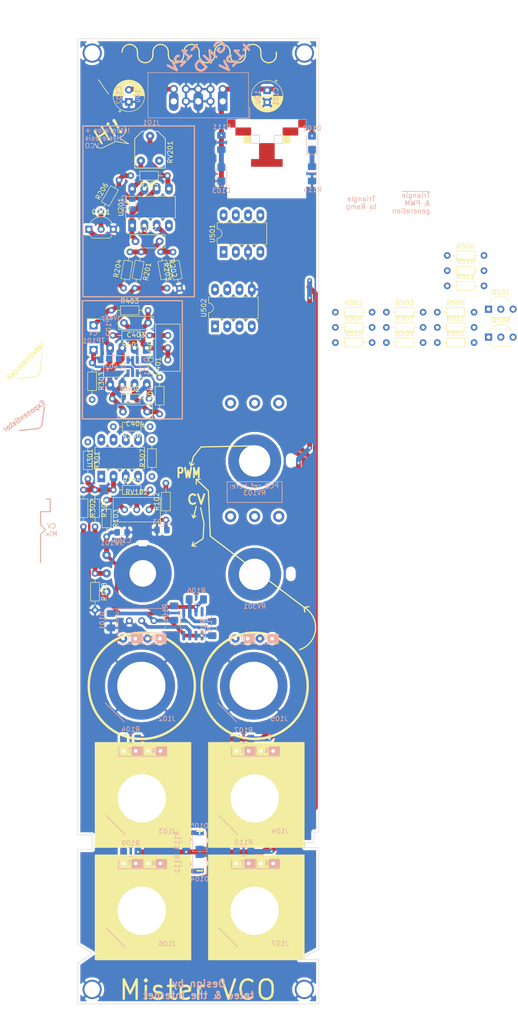
<source format=kicad_pcb>
(kicad_pcb (version 20171130) (host pcbnew "(5.1.5)-3")
  (layers (0 F.Cu signal) (31 B.Cu signal) (34 B.Paste user) (35 F.Paste user) (36 B.SilkS user) (37 F.SilkS user) (38 B.Mask user) (39 F.Mask user) (44 Edge.Cuts user))
  (net 0 "")
  (net 1 GND)
  (net 2 +12V)
  (net 3 -12V)
  (net 4 /Triangle)
  (net 5 /CV1)
  (net 6 /Square)
  (net 7 /Ramp)
  (net 8 /CV)
  (net 9 /Vexp)
  (net 10 /CVP)
  (net 11 /PWM)
  (net 12 /Offset)
  (net 13 /+1V)
  (net 14 /-1V)
  (net 15 "Net-(C202-Pad2)")
  (net 16 "Net-(C403-Pad2)")
  (net 17 "Net-(C403-Pad1)")
  (net 18 "Net-(C404-Pad2)")
  (net 19 "Net-(C404-Pad1)")
  (net 20 "Net-(D101-Pad1)")
  (net 21 "Net-(D102-Pad1)")
  (net 22 "Net-(D103-Pad2)")
  (net 23 "Net-(D104-Pad1)")
  (net 24 "Net-(D105-Pad2)")
  (net 25 "Net-(J102-PadRN)")
  (net 26 "Net-(J102-PadR)")
  (net 27 "Net-(J103-PadTN)")
  (net 28 "Net-(J103-PadRN)")
  (net 29 "Net-(J103-PadT)")
  (net 30 "Net-(J103-PadR)")
  (net 31 "Net-(J104-PadTN)")
  (net 32 "Net-(J104-PadRN)")
  (net 33 "Net-(J104-PadT)")
  (net 34 "Net-(J104-PadR)")
  (net 35 "Net-(J105-PadRN)")
  (net 36 "Net-(J105-PadR)")
  (net 37 "Net-(J106-PadTN)")
  (net 38 "Net-(J106-PadRN)")
  (net 39 "Net-(J106-PadT)")
  (net 40 "Net-(J106-PadR)")
  (net 41 "Net-(J107-PadTN)")
  (net 42 "Net-(J107-PadRN)")
  (net 43 "Net-(J107-PadT)")
  (net 44 "Net-(J107-PadR)")
  (net 45 "Net-(Q201-Pad1)")
  (net 46 "Net-(Q201-Pad2)")
  (net 47 "Net-(Q401-Pad4)")
  (net 48 "Net-(Q501-Pad1)")
  (net 49 "Net-(Q501-Pad2)")
  (net 50 "Net-(Q502-Pad1)")
  (net 51 "Net-(Q502-Pad2)")
  (net 52 "Net-(R102-Pad2)")
  (net 53 "Net-(R103-Pad1)")
  (net 54 "Net-(R105-Pad1)")
  (net 55 /CVoct)
  (net 56 "Net-(R202-Pad1)")
  (net 57 "Net-(R205-Pad1)")
  (net 58 "Net-(R301-Pad2)")
  (net 59 "Net-(R301-Pad1)")
  (net 60 /CVtrim)
  (net 61 /PWM_Level)
  (net 62 "Net-(R306-Pad1)")
  (net 63 "Net-(R307-Pad2)")
  (net 64 "Net-(R401-Pad1)")
  (net 65 /Sheet5FAD0DD2/~Square)
  (net 66 "Net-(R501-Pad1)")
  (net 67 /Sheet5FAD0DD2/~Triangle)
  (net 68 /Sheet5FAD0DD2/Raw_Ramp)
  (net 69 "Net-(R507-Pad1)")
  (net 70 "Net-(R511-Pad1)")
  (net 71 "Net-(RV101-Pad2)")
  (module telec:Potentiometer_Single_Vertical_Hole (layer F.Cu) (at 48.7 99.5 180)
    (fp_text reference RV103 (at 0 -6.6) (layer B.SilkS) (effects (justify mirror)))
    (fp_text value 100k)
    (pad "" np_thru_hole oval (at -7.5 0.1 180) (size 1 2) (drill oval 1 2) (layers *.Cu *.Mask))
    (pad "" thru_hole circle (at 0 0 270) (size 11 11) (drill 6.5) (layers *.Cu F.Mask))
    (pad 1 thru_hole circle (at 5 12 270) (size 2.34 2.34) (drill 1.3) (layers *.Cu *.Mask) (net 2 +12V))
    (pad 2 thru_hole circle (at 0 12 270) (size 2.34 2.34) (drill 1.3) (layers *.Cu *.Mask) (net 12 /Offset))
    (pad 3 thru_hole circle (at -5 12 270) (size 2.34 2.34) (drill 1.3) (layers *.Cu *.Mask) (net 3 -12V))
  )
  (module Package_TO_SOT_SMD:SOT-23-6_Handsoldering (layer B.Cu) (at 23.4 79.95 90)
    (fp_text reference Q401 (at 0 2.9 90) (layer B.SilkS) (effects (justify mirror)))
    (fp_text value DMMT3904)
    (pad 5 smd rect (at 1.35 0 90) (size 1.56 0.65) (layers B.Cu B.Paste B.Mask) (net 47 "Net-(Q401-Pad4)"))
    (pad 6 smd rect (at 1.35 0.95 90) (size 1.56 0.65) (layers B.Cu B.Paste B.Mask) (net 16 "Net-(C403-Pad2)"))
    (pad 4 smd rect (at 1.35 -0.95 90) (size 1.56 0.65) (layers B.Cu B.Paste B.Mask) (net 47 "Net-(Q401-Pad4)"))
    (pad 3 smd rect (at -1.35 -0.95 90) (size 1.56 0.65) (layers B.Cu B.Paste B.Mask) (net 18 "Net-(C404-Pad2)"))
    (pad 2 smd rect (at -1.35 0 90) (size 1.56 0.65) (layers B.Cu B.Paste B.Mask) (net 8 /CV))
    (pad 1 smd rect (at -1.35 0.95 90) (size 1.56 0.65) (layers B.Cu B.Paste B.Mask) (net 1 GND))
  )
  (module Package_DIP:DIP-8_W7.62mm_LongPads (layer F.Cu) (at 26.34 76.1 270)
    (fp_text reference U401 (at 3.81 -2.33 90) (layer F.SilkS))
    (fp_text value TL082)
    (pad 8 thru_hole oval (at 7.62 0 270) (size 2.4 1.6) (drill 0.8) (layers *.Cu *.Mask) (net 2 +12V))
    (pad 4 thru_hole oval (at 0 7.62 270) (size 2.4 1.6) (drill 0.8) (layers *.Cu *.Mask) (net 3 -12V))
    (pad 7 thru_hole oval (at 7.62 2.54 270) (size 2.4 1.6) (drill 0.8) (layers *.Cu *.Mask) (net 19 "Net-(C404-Pad1)"))
    (pad 3 thru_hole oval (at 0 5.08 270) (size 2.4 1.6) (drill 0.8) (layers *.Cu *.Mask) (net 1 GND))
    (pad 6 thru_hole oval (at 7.62 5.08 270) (size 2.4 1.6) (drill 0.8) (layers *.Cu *.Mask) (net 18 "Net-(C404-Pad2)"))
    (pad 2 thru_hole oval (at 0 2.54 270) (size 2.4 1.6) (drill 0.8) (layers *.Cu *.Mask) (net 16 "Net-(C403-Pad2)"))
    (pad 5 thru_hole oval (at 7.62 7.62 270) (size 2.4 1.6) (drill 0.8) (layers *.Cu *.Mask) (net 1 GND))
    (pad 1 thru_hole rect (at 0 0 270) (size 2.4 1.6) (drill 0.8) (layers *.Cu *.Mask) (net 17 "Net-(C403-Pad1)"))
  )
  (module Potentiometer_THT:Potentiometer_Bourns_3296W_Vertical (layer F.Cu) (at 30.7 73.5 90)
    (fp_text reference RV401 (at -2.54 -3.66 90) (layer F.SilkS))
    (fp_text value 10k)
    (pad 3 thru_hole circle (at -5.08 0 90) (size 1.44 1.44) (drill 0.8) (layers *.Cu *.Mask) (net 17 "Net-(C403-Pad1)"))
    (pad 2 thru_hole circle (at -2.54 0 90) (size 1.44 1.44) (drill 0.8) (layers *.Cu *.Mask) (net 17 "Net-(C403-Pad1)"))
    (pad 1 thru_hole circle (at 0 0 90) (size 1.44 1.44) (drill 0.8) (layers *.Cu *.Mask) (net 64 "Net-(R401-Pad1)"))
  )
  (module Potentiometer_THT:Potentiometer_Bourns_3296W_Vertical (layer F.Cu) (at 26.8 109.6)
    (fp_text reference RV102 (at -2.54 -3.66) (layer F.SilkS))
    (fp_text value 10k)
    (pad 3 thru_hole circle (at -5.08 0) (size 1.44 1.44) (drill 0.8) (layers *.Cu *.Mask) (net 53 "Net-(R103-Pad1)"))
    (pad 2 thru_hole circle (at -2.54 0) (size 1.44 1.44) (drill 0.8) (layers *.Cu *.Mask) (net 60 /CVtrim))
    (pad 1 thru_hole circle (at 0 0) (size 1.44 1.44) (drill 0.8) (layers *.Cu *.Mask) (net 52 "Net-(R102-Pad2)"))
  )
  (module Potentiometer_THT:Potentiometer_Bourns_3296W_Vertical (layer B.Cu) (at 27.8 132.6)
    (fp_text reference RV101 (at -2.54 3.66) (layer B.SilkS) (effects (justify mirror)))
    (fp_text value 100k)
    (pad 3 thru_hole circle (at -5.08 0) (size 1.44 1.44) (drill 0.8) (layers *.Cu *.Mask) (net 1 GND))
    (pad 2 thru_hole circle (at -2.54 0) (size 1.44 1.44) (drill 0.8) (layers *.Cu *.Mask) (net 71 "Net-(RV101-Pad2)"))
    (pad 1 thru_hole circle (at 0 0) (size 1.44 1.44) (drill 0.8) (layers *.Cu *.Mask) (net 20 "Net-(D101-Pad1)"))
  )
  (module Package_DIP:DIP-8_W7.62mm_LongPads (layer F.Cu) (at 40.48 71.6 90)
    (fp_text reference U502 (at 3.81 -2.33 90) (layer F.SilkS))
    (fp_text value TL082)
    (pad 8 thru_hole oval (at 7.62 0 90) (size 2.4 1.6) (drill 0.8) (layers *.Cu *.Mask) (net 2 +12V))
    (pad 4 thru_hole oval (at 0 7.62 90) (size 2.4 1.6) (drill 0.8) (layers *.Cu *.Mask) (net 3 -12V))
    (pad 7 thru_hole oval (at 7.62 2.54 90) (size 2.4 1.6) (drill 0.8) (layers *.Cu *.Mask) (net 67 /Sheet5FAD0DD2/~Triangle))
    (pad 3 thru_hole oval (at 0 5.08 90) (size 2.4 1.6) (drill 0.8) (layers *.Cu *.Mask) (net 4 /Triangle))
    (pad 6 thru_hole oval (at 7.62 5.08 90) (size 2.4 1.6) (drill 0.8) (layers *.Cu *.Mask) (net 69 "Net-(R507-Pad1)"))
    (pad 2 thru_hole oval (at 0 2.54 90) (size 2.4 1.6) (drill 0.8) (layers *.Cu *.Mask) (net 61 /PWM_Level))
    (pad 5 thru_hole oval (at 7.62 7.62 90) (size 2.4 1.6) (drill 0.8) (layers *.Cu *.Mask) (net 1 GND))
    (pad 1 thru_hole rect (at 0 0 90) (size 2.4 1.6) (drill 0.8) (layers *.Cu *.Mask) (net 11 /PWM))
  )
  (module Package_DIP:DIP-8_W7.62mm_LongPads (layer F.Cu) (at 42.26 56.2 90)
    (fp_text reference U501 (at 3.81 -2.33 90) (layer F.SilkS))
    (fp_text value TL082)
    (pad 8 thru_hole oval (at 7.62 0 90) (size 2.4 1.6) (drill 0.8) (layers *.Cu *.Mask) (net 2 +12V))
    (pad 4 thru_hole oval (at 0 7.62 90) (size 2.4 1.6) (drill 0.8) (layers *.Cu *.Mask) (net 3 -12V))
    (pad 7 thru_hole oval (at 7.62 2.54 90) (size 2.4 1.6) (drill 0.8) (layers *.Cu *.Mask) (net 7 /Ramp))
    (pad 3 thru_hole oval (at 0 5.08 90) (size 2.4 1.6) (drill 0.8) (layers *.Cu *.Mask) (net 1 GND))
    (pad 6 thru_hole oval (at 7.62 5.08 90) (size 2.4 1.6) (drill 0.8) (layers *.Cu *.Mask) (net 70 "Net-(R511-Pad1)"))
    (pad 2 thru_hole oval (at 0 2.54 90) (size 2.4 1.6) (drill 0.8) (layers *.Cu *.Mask) (net 66 "Net-(R501-Pad1)"))
    (pad 5 thru_hole oval (at 7.62 7.62 90) (size 2.4 1.6) (drill 0.8) (layers *.Cu *.Mask) (net 68 /Sheet5FAD0DD2/Raw_Ramp))
    (pad 1 thru_hole rect (at 0 0 90) (size 2.4 1.6) (drill 0.8) (layers *.Cu *.Mask) (net 65 /Sheet5FAD0DD2/~Square))
  )
  (module Package_DIP:DIP-8_W7.62mm_LongPads (layer F.Cu) (at 16.9 102.72 90)
    (fp_text reference U301 (at 3.81 -2.33 90) (layer F.SilkS))
    (fp_text value TL082)
    (pad 8 thru_hole oval (at 7.62 0 90) (size 2.4 1.6) (drill 0.8) (layers *.Cu *.Mask) (net 2 +12V))
    (pad 4 thru_hole oval (at 0 7.62 90) (size 2.4 1.6) (drill 0.8) (layers *.Cu *.Mask) (net 3 -12V))
    (pad 7 thru_hole oval (at 7.62 2.54 90) (size 2.4 1.6) (drill 0.8) (layers *.Cu *.Mask) (net 61 /PWM_Level))
    (pad 3 thru_hole oval (at 0 5.08 90) (size 2.4 1.6) (drill 0.8) (layers *.Cu *.Mask) (net 1 GND))
    (pad 6 thru_hole oval (at 7.62 5.08 90) (size 2.4 1.6) (drill 0.8) (layers *.Cu *.Mask) (net 63 "Net-(R307-Pad2)"))
    (pad 2 thru_hole oval (at 0 2.54 90) (size 2.4 1.6) (drill 0.8) (layers *.Cu *.Mask) (net 58 "Net-(R301-Pad2)"))
    (pad 5 thru_hole oval (at 7.62 7.62 90) (size 2.4 1.6) (drill 0.8) (layers *.Cu *.Mask) (net 12 /Offset))
    (pad 1 thru_hole rect (at 0 0 90) (size 2.4 1.6) (drill 0.8) (layers *.Cu *.Mask) (net 59 "Net-(R301-Pad1)"))
  )
  (module Package_DIP:DIP-8_W7.62mm_LongPads (layer F.Cu) (at 23.3 50.72 90)
    (fp_text reference U201 (at 3.81 -2.33 90) (layer F.SilkS))
    (fp_text value TL082)
    (pad 8 thru_hole oval (at 7.62 0 90) (size 2.4 1.6) (drill 0.8) (layers *.Cu *.Mask) (net 2 +12V))
    (pad 4 thru_hole oval (at 0 7.62 90) (size 2.4 1.6) (drill 0.8) (layers *.Cu *.Mask) (net 3 -12V))
    (pad 7 thru_hole oval (at 7.62 2.54 90) (size 2.4 1.6) (drill 0.8) (layers *.Cu *.Mask) (net 6 /Square))
    (pad 3 thru_hole oval (at 0 5.08 90) (size 2.4 1.6) (drill 0.8) (layers *.Cu *.Mask) (net 56 "Net-(R202-Pad1)"))
    (pad 6 thru_hole oval (at 7.62 5.08 90) (size 2.4 1.6) (drill 0.8) (layers *.Cu *.Mask) (net 4 /Triangle))
    (pad 2 thru_hole oval (at 0 2.54 90) (size 2.4 1.6) (drill 0.8) (layers *.Cu *.Mask) (net 15 "Net-(C202-Pad2)"))
    (pad 5 thru_hole oval (at 7.62 7.62 90) (size 2.4 1.6) (drill 0.8) (layers *.Cu *.Mask) (net 57 "Net-(R205-Pad1)"))
    (pad 1 thru_hole rect (at 0 0 90) (size 2.4 1.6) (drill 0.8) (layers *.Cu *.Mask) (net 4 /Triangle))
  )
  (module Package_SO:SOIC-8_3.9x4.9mm_P1.27mm (layer B.Cu) (at 35.895 133.225 90)
    (fp_text reference U101 (at 0 3.4 270) (layer B.SilkS) (effects (justify mirror)))
    (fp_text value TL082)
    (pad 8 smd roundrect (at 2.475 1.905 90) (size 1.95 0.6) (layers B.Cu B.Paste B.Mask) (net 2 +12V))
    (pad 7 smd roundrect (at 2.475 0.635 90) (size 1.95 0.6) (layers B.Cu B.Paste B.Mask) (net 14 /-1V))
    (pad 6 smd roundrect (at 2.475 -0.635 90) (size 1.95 0.6) (layers B.Cu B.Paste B.Mask) (net 54 "Net-(R105-Pad1)"))
    (pad 5 smd roundrect (at 2.475 -1.905 90) (size 1.95 0.6) (layers B.Cu B.Paste B.Mask) (net 1 GND))
    (pad 4 smd roundrect (at -2.475 -1.905 90) (size 1.95 0.6) (layers B.Cu B.Paste B.Mask) (net 3 -12V))
    (pad 3 smd roundrect (at -2.475 -0.635 90) (size 1.95 0.6) (layers B.Cu B.Paste B.Mask) (net 71 "Net-(RV101-Pad2)"))
    (pad 2 smd roundrect (at -2.475 0.635 90) (size 1.95 0.6) (layers B.Cu B.Paste B.Mask) (net 13 /+1V))
    (pad 1 smd roundrect (at -2.475 1.905 90) (size 1.95 0.6) (layers B.Cu B.Paste B.Mask) (net 13 /+1V))
  )
  (module telec:Switch_Hole (layer F.Cu) (at 25.5 122.795 180)
    (fp_text reference SW101 (at 6.3 6.3) (layer B.SilkS) (effects (justify mirror)))
    (fp_text value Octave)
    (pad 3 thru_hole circle (at 7.5 3.8 180) (size 1.75 1.75) (drill 0.762) (layers *.Cu B.Mask) (net 14 /-1V))
    (pad 1 thru_hole circle (at 7.5 -3.8 180) (size 1.75 1.75) (drill 0.762) (layers *.Cu B.Mask) (net 13 /+1V))
    (pad 2 thru_hole circle (at 7.5 -0.005 180) (size 1.75 1.75) (drill 0.762) (layers *.Cu B.Mask) (net 55 /CVoct))
    (pad "" np_thru_hole oval (at 0 6 180) (size 2 0.8) (drill oval 2 0.8) (layers *.Cu *.Mask))
    (pad "" thru_hole circle (at 0 0 180) (size 12 12) (drill 5.5) (layers B.Cu B.Mask))
    (pad "" thru_hole circle (at 0 0 180) (size 9 9) (drill 5.5) (layers F.Cu F.Mask))
  )
  (module telec:Potentiometer_Single_Vertical_Hole (layer F.Cu) (at 48.7 123 180)
    (fp_text reference RV301 (at 0 -6.6) (layer B.SilkS) (effects (justify mirror)))
    (fp_text value 100k)
    (pad "" np_thru_hole oval (at -7.5 0.1 180) (size 1 2) (drill oval 1 2) (layers *.Cu *.Mask))
    (pad "" thru_hole circle (at 0 0 270) (size 11 11) (drill 6.5) (layers *.Cu F.Mask))
    (pad 1 thru_hole circle (at 5 12 270) (size 2.34 2.34) (drill 1.3) (layers *.Cu *.Mask) (net 63 "Net-(R307-Pad2)"))
    (pad 2 thru_hole circle (at 0 12 270) (size 2.34 2.34) (drill 1.3) (layers *.Cu *.Mask) (net 63 "Net-(R307-Pad2)"))
    (pad 3 thru_hole circle (at -5 12 270) (size 2.34 2.34) (drill 1.3) (layers *.Cu *.Mask) (net 62 "Net-(R306-Pad1)"))
  )
  (module telec:Potentiometer_P3.81mmx5.12mm_Vertical (layer F.Cu) (at 25.1 37.3 270)
    (fp_text reference RV201 (at -1.778 -6.096 90) (layer F.SilkS))
    (fp_text value 220k)
    (pad 1 thru_hole circle (at 0 0 270) (size 1.75 1.75) (drill 0.7) (layers *.Cu *.Mask) (net 2 +12V))
    (pad 2 thru_hole circle (at -5.12 -1.905 270) (size 1.75 1.75) (drill 0.7) (layers *.Cu *.Mask) (net 57 "Net-(R205-Pad1)"))
    (pad 3 thru_hole circle (at 0 -3.81 270) (size 1.75 1.75) (drill 0.7) (layers *.Cu *.Mask) (net 3 -12V))
  )
  (module Resistor_THT:R_Axial_DIN0204_L3.6mm_D1.6mm_P7.62mm_Horizontal (layer F.Cu) (at 86.58 71.83)
    (fp_text reference R512 (at 3.81 -1.92) (layer F.SilkS))
    (fp_text value 100k)
    (pad 2 thru_hole oval (at 7.62 0) (size 1.4 1.4) (drill 0.7) (layers *.Cu *.Mask) (net 70 "Net-(R511-Pad1)"))
    (pad 1 thru_hole circle (at 0 0) (size 1.4 1.4) (drill 0.7) (layers *.Cu *.Mask) (net 1 GND))
  )
  (module Resistor_THT:R_Axial_DIN0204_L3.6mm_D1.6mm_P7.62mm_Horizontal (layer F.Cu) (at 88.64 63.23)
    (fp_text reference R511 (at 3.81 -1.92) (layer F.SilkS))
    (fp_text value 220k)
    (pad 2 thru_hole oval (at 7.62 0) (size 1.4 1.4) (drill 0.7) (layers *.Cu *.Mask) (net 7 /Ramp))
    (pad 1 thru_hole circle (at 0 0) (size 1.4 1.4) (drill 0.7) (layers *.Cu *.Mask) (net 70 "Net-(R511-Pad1)"))
  )
  (module Resistor_THT:R_Axial_DIN0204_L3.6mm_D1.6mm_P7.62mm_Horizontal (layer F.Cu) (at 88.64 60.08)
    (fp_text reference R510 (at 3.81 -1.92) (layer F.SilkS))
    (fp_text value 100k)
    (pad 2 thru_hole oval (at 7.62 0) (size 1.4 1.4) (drill 0.7) (layers *.Cu *.Mask) (net 69 "Net-(R507-Pad1)"))
    (pad 1 thru_hole circle (at 0 0) (size 1.4 1.4) (drill 0.7) (layers *.Cu *.Mask) (net 4 /Triangle))
  )
  (module Resistor_THT:R_Axial_DIN0204_L3.6mm_D1.6mm_P7.62mm_Horizontal (layer F.Cu) (at 76.01 74.98)
    (fp_text reference R509 (at 3.81 -1.92) (layer F.SilkS))
    (fp_text value 100k)
    (pad 2 thru_hole oval (at 7.62 0) (size 1.4 1.4) (drill 0.7) (layers *.Cu *.Mask) (net 6 /Square))
    (pad 1 thru_hole circle (at 0 0) (size 1.4 1.4) (drill 0.7) (layers *.Cu *.Mask) (net 51 "Net-(Q502-Pad2)"))
  )
  (module Resistor_THT:R_Axial_DIN0204_L3.6mm_D1.6mm_P7.62mm_Horizontal (layer F.Cu) (at 86.58 68.68)
    (fp_text reference R508 (at 3.81 -1.92) (layer F.SilkS))
    (fp_text value 100k)
    (pad 2 thru_hole oval (at 7.62 0) (size 1.4 1.4) (drill 0.7) (layers *.Cu *.Mask) (net 65 /Sheet5FAD0DD2/~Square))
    (pad 1 thru_hole circle (at 0 0) (size 1.4 1.4) (drill 0.7) (layers *.Cu *.Mask) (net 49 "Net-(Q501-Pad2)"))
  )
  (module Resistor_THT:R_Axial_DIN0204_L3.6mm_D1.6mm_P7.62mm_Horizontal (layer F.Cu) (at 76.01 71.83)
    (fp_text reference R507 (at 3.81 -1.92) (layer F.SilkS))
    (fp_text value 100k)
    (pad 2 thru_hole oval (at 7.62 0) (size 1.4 1.4) (drill 0.7) (layers *.Cu *.Mask) (net 67 /Sheet5FAD0DD2/~Triangle))
    (pad 1 thru_hole circle (at 0 0) (size 1.4 1.4) (drill 0.7) (layers *.Cu *.Mask) (net 69 "Net-(R507-Pad1)"))
  )
  (module Resistor_THT:R_Axial_DIN0204_L3.6mm_D1.6mm_P7.62mm_Horizontal (layer F.Cu) (at 88.64 56.93)
    (fp_text reference R506 (at 3.81 -1.92) (layer F.SilkS))
    (fp_text value 47k)
    (pad 2 thru_hole oval (at 7.62 0) (size 1.4 1.4) (drill 0.7) (layers *.Cu *.Mask) (net 68 /Sheet5FAD0DD2/Raw_Ramp))
    (pad 1 thru_hole circle (at 0 0) (size 1.4 1.4) (drill 0.7) (layers *.Cu *.Mask) (net 50 "Net-(Q502-Pad1)"))
  )
  (module Resistor_THT:R_Axial_DIN0204_L3.6mm_D1.6mm_P7.62mm_Horizontal (layer F.Cu) (at 65.44 74.98)
    (fp_text reference R505 (at 3.81 -1.92) (layer F.SilkS))
    (fp_text value 47k)
    (pad 2 thru_hole oval (at 7.62 0) (size 1.4 1.4) (drill 0.7) (layers *.Cu *.Mask) (net 68 /Sheet5FAD0DD2/Raw_Ramp))
    (pad 1 thru_hole circle (at 0 0) (size 1.4 1.4) (drill 0.7) (layers *.Cu *.Mask) (net 48 "Net-(Q501-Pad1)"))
  )
  (module Resistor_THT:R_Axial_DIN0204_L3.6mm_D1.6mm_P7.62mm_Horizontal (layer F.Cu) (at 65.44 71.83)
    (fp_text reference R504 (at 3.81 -1.92) (layer F.SilkS))
    (fp_text value 47k)
    (pad 2 thru_hole oval (at 7.62 0) (size 1.4 1.4) (drill 0.7) (layers *.Cu *.Mask) (net 67 /Sheet5FAD0DD2/~Triangle))
    (pad 1 thru_hole circle (at 0 0) (size 1.4 1.4) (drill 0.7) (layers *.Cu *.Mask) (net 50 "Net-(Q502-Pad1)"))
  )
  (module Resistor_THT:R_Axial_DIN0204_L3.6mm_D1.6mm_P7.62mm_Horizontal (layer F.Cu) (at 76.01 68.68)
    (fp_text reference R503 (at 3.81 -1.92) (layer F.SilkS))
    (fp_text value 47k)
    (pad 2 thru_hole oval (at 7.62 0) (size 1.4 1.4) (drill 0.7) (layers *.Cu *.Mask) (net 4 /Triangle))
    (pad 1 thru_hole circle (at 0 0) (size 1.4 1.4) (drill 0.7) (layers *.Cu *.Mask) (net 48 "Net-(Q501-Pad1)"))
  )
  (module Resistor_THT:R_Axial_DIN0204_L3.6mm_D1.6mm_P7.62mm_Horizontal (layer F.Cu) (at 65.44 68.68)
    (fp_text reference R502 (at 3.81 -1.92) (layer F.SilkS))
    (fp_text value 100k)
    (pad 2 thru_hole oval (at 7.62 0) (size 1.4 1.4) (drill 0.7) (layers *.Cu *.Mask) (net 66 "Net-(R501-Pad1)"))
    (pad 1 thru_hole circle (at 0 0) (size 1.4 1.4) (drill 0.7) (layers *.Cu *.Mask) (net 6 /Square))
  )
  (module Resistor_THT:R_Axial_DIN0204_L3.6mm_D1.6mm_P7.62mm_Horizontal (layer F.Cu) (at 86.58 74.98)
    (fp_text reference R501 (at 3.81 -1.92) (layer F.SilkS))
    (fp_text value 100k)
    (pad 2 thru_hole oval (at 7.62 0) (size 1.4 1.4) (drill 0.7) (layers *.Cu *.Mask) (net 65 /Sheet5FAD0DD2/~Square))
    (pad 1 thru_hole circle (at 0 0) (size 1.4 1.4) (drill 0.7) (layers *.Cu *.Mask) (net 66 "Net-(R501-Pad1)"))
  )
  (module Resistor_THT:R_Axial_DIN0204_L3.6mm_D1.6mm_P7.62mm_Horizontal (layer F.Cu) (at 29 89.8 90)
    (fp_text reference R404 (at 3.81 -1.92 90) (layer F.SilkS))
    (fp_text value 1k)
    (pad 2 thru_hole oval (at 7.62 0 90) (size 1.4 1.4) (drill 0.7) (layers *.Cu *.Mask) (net 47 "Net-(Q401-Pad4)"))
    (pad 1 thru_hole circle (at 0 0 90) (size 1.4 1.4) (drill 0.7) (layers *.Cu *.Mask) (net 19 "Net-(C404-Pad1)"))
  )
  (module Resistor_THT:R_Axial_DIN0204_L3.6mm_D1.6mm_P7.62mm_Horizontal (layer F.Cu) (at 18.98 68.3)
    (fp_text reference R403 (at 3.81 -1.92) (layer F.SilkS))
    (fp_text value 0)
    (pad 2 thru_hole oval (at 7.62 0) (size 1.4 1.4) (drill 0.7) (layers *.Cu *.Mask) (net 17 "Net-(C403-Pad1)"))
    (pad 1 thru_hole circle (at 0 0) (size 1.4 1.4) (drill 0.7) (layers *.Cu *.Mask) (net 9 /Vexp))
  )
  (module Resistor_THT:R_Axial_DIN0204_L3.6mm_D1.6mm_P7.62mm_Horizontal (layer F.Cu) (at 19.18 86.6)
    (fp_text reference R402 (at 3.81 -1.92) (layer F.SilkS))
    (fp_text value 1M)
    (pad 2 thru_hole oval (at 7.62 0) (size 1.4 1.4) (drill 0.7) (layers *.Cu *.Mask) (net 2 +12V))
    (pad 1 thru_hole circle (at 0 0) (size 1.4 1.4) (drill 0.7) (layers *.Cu *.Mask) (net 18 "Net-(C404-Pad2)"))
  )
  (module Resistor_THT:R_Axial_DIN0204_L3.6mm_D1.6mm_P7.62mm_Horizontal (layer F.Cu) (at 26.9 73.5 180)
    (fp_text reference R401 (at 3.81 -1.92) (layer F.SilkS))
    (fp_text value 22k)
    (pad 2 thru_hole oval (at 7.62 0 180) (size 1.4 1.4) (drill 0.7) (layers *.Cu *.Mask) (net 16 "Net-(C403-Pad2)"))
    (pad 1 thru_hole circle (at 0 0 180) (size 1.4 1.4) (drill 0.7) (layers *.Cu *.Mask) (net 64 "Net-(R401-Pad1)"))
  )
  (module Resistor_THT:R_Axial_DIN0204_L3.6mm_D1.6mm_P7.62mm_Horizontal (layer F.Cu) (at 27.4 102.72 90)
    (fp_text reference R307 (at 3.81 -1.92 90) (layer F.SilkS))
    (fp_text value 47k)
    (pad 2 thru_hole oval (at 7.62 0 90) (size 1.4 1.4) (drill 0.7) (layers *.Cu *.Mask) (net 63 "Net-(R307-Pad2)"))
    (pad 1 thru_hole circle (at 0 0 90) (size 1.4 1.4) (drill 0.7) (layers *.Cu *.Mask) (net 10 /CVP))
  )
  (module Resistor_THT:R_Axial_DIN0204_L3.6mm_D1.6mm_P7.62mm_Horizontal (layer F.Cu) (at 27.02 92.4 180)
    (fp_text reference R306 (at 3.81 -1.92) (layer F.SilkS))
    (fp_text value 4k7)
    (pad 2 thru_hole oval (at 7.62 0 180) (size 1.4 1.4) (drill 0.7) (layers *.Cu *.Mask) (net 61 /PWM_Level))
    (pad 1 thru_hole circle (at 0 0 180) (size 1.4 1.4) (drill 0.7) (layers *.Cu *.Mask) (net 62 "Net-(R306-Pad1)"))
  )
  (module Resistor_THT:R_Axial_DIN0204_L3.6mm_D1.6mm_P7.62mm_Horizontal (layer F.Cu) (at 19.4 105.5)
    (fp_text reference R305 (at 3.81 -1.92) (layer F.SilkS))
    (fp_text value 100k)
    (pad 2 thru_hole oval (at 7.62 0) (size 1.4 1.4) (drill 0.7) (layers *.Cu *.Mask) (net 60 /CVtrim))
    (pad 1 thru_hole circle (at 0 0) (size 1.4 1.4) (drill 0.7) (layers *.Cu *.Mask) (net 58 "Net-(R301-Pad2)"))
  )
  (module Resistor_THT:R_Axial_DIN0204_L3.6mm_D1.6mm_P7.62mm_Horizontal (layer F.Cu) (at 15.6 105.5 270)
    (fp_text reference R304 (at 3.81 -1.92 90) (layer F.SilkS))
    (fp_text value 100k)
    (pad 2 thru_hole oval (at 7.62 0 270) (size 1.4 1.4) (drill 0.7) (layers *.Cu *.Mask) (net 55 /CVoct))
    (pad 1 thru_hole circle (at 0 0 270) (size 1.4 1.4) (drill 0.7) (layers *.Cu *.Mask) (net 58 "Net-(R301-Pad2)"))
  )
  (module Resistor_THT:R_Axial_DIN0204_L3.6mm_D1.6mm_P7.62mm_Horizontal (layer F.Cu) (at 15 79.18 270)
    (fp_text reference R303 (at 3.81 -1.92 90) (layer F.SilkS))
    (fp_text value 0)
    (pad 2 thru_hole oval (at 7.62 0 270) (size 1.4 1.4) (drill 0.7) (layers *.Cu *.Mask) (net 59 "Net-(R301-Pad1)"))
    (pad 1 thru_hole circle (at 0 0 270) (size 1.4 1.4) (drill 0.7) (layers *.Cu *.Mask) (net 8 /CV))
  )
  (module Resistor_THT:R_Axial_DIN0204_L3.6mm_D1.6mm_P7.62mm_Horizontal (layer F.Cu) (at 13.2 105.5 270)
    (fp_text reference R302 (at 3.81 -1.92 90) (layer F.SilkS))
    (fp_text value 100k)
    (pad 2 thru_hole oval (at 7.62 0 270) (size 1.4 1.4) (drill 0.7) (layers *.Cu *.Mask) (net 5 /CV1))
    (pad 1 thru_hole circle (at 0 0 270) (size 1.4 1.4) (drill 0.7) (layers *.Cu *.Mask) (net 58 "Net-(R301-Pad2)"))
  )
  (module Resistor_THT:R_Axial_DIN0204_L3.6mm_D1.6mm_P7.62mm_Horizontal (layer F.Cu) (at 14.1 95.58 270)
    (fp_text reference R301 (at 3.81 -1.92 90) (layer F.SilkS))
    (fp_text value 1k8)
    (pad 2 thru_hole oval (at 7.62 0 270) (size 1.4 1.4) (drill 0.7) (layers *.Cu *.Mask) (net 58 "Net-(R301-Pad2)"))
    (pad 1 thru_hole circle (at 0 0 270) (size 1.4 1.4) (drill 0.7) (layers *.Cu *.Mask) (net 59 "Net-(R301-Pad1)"))
  )
  (module Resistor_THT:R_Axial_DIN0204_L3.6mm_D1.6mm_P7.62mm_Horizontal (layer F.Cu) (at 16.78 47.9 60)
    (fp_text reference R206 (at 3.81 -1.92 60) (layer F.SilkS))
    (fp_text value 100k)
    (pad 2 thru_hole oval (at 7.62 0 60) (size 1.4 1.4) (drill 0.7) (layers *.Cu *.Mask) (net 6 /Square))
    (pad 1 thru_hole circle (at 0 0 60) (size 1.4 1.4) (drill 0.7) (layers *.Cu *.Mask) (net 46 "Net-(Q201-Pad2)"))
  )
  (module Resistor_THT:R_Axial_DIN0204_L3.6mm_D1.6mm_P7.62mm_Horizontal (layer F.Cu) (at 30.62 40.4 180)
    (fp_text reference R205 (at 3.81 -1.92) (layer F.SilkS))
    (fp_text value 100k)
    (pad 2 thru_hole oval (at 7.62 0 180) (size 1.4 1.4) (drill 0.7) (layers *.Cu *.Mask) (net 6 /Square))
    (pad 1 thru_hole circle (at 0 0 180) (size 1.4 1.4) (drill 0.7) (layers *.Cu *.Mask) (net 57 "Net-(R205-Pad1)"))
  )
  (module Resistor_THT:R_Axial_DIN0204_L3.6mm_D1.6mm_P7.62mm_Horizontal (layer F.Cu) (at 21.52 63.7 80)
    (fp_text reference R204 (at 3.81 -1.92 80) (layer F.SilkS))
    (fp_text value 56k)
    (pad 2 thru_hole oval (at 7.62 0 80) (size 1.4 1.4) (drill 0.7) (layers *.Cu *.Mask) (net 15 "Net-(C202-Pad2)"))
    (pad 1 thru_hole circle (at 0 0 80) (size 1.4 1.4) (drill 0.7) (layers *.Cu *.Mask) (net 45 "Net-(Q201-Pad1)"))
  )
  (module Resistor_THT:R_Axial_DIN0204_L3.6mm_D1.6mm_P7.62mm_Horizontal (layer F.Cu) (at 33.1 63.72 100)
    (fp_text reference R203 (at 3.81 -1.92 100) (layer F.SilkS))
    (fp_text value 56k)
    (pad 2 thru_hole oval (at 7.62 0 100) (size 1.4 1.4) (drill 0.7) (layers *.Cu *.Mask) (net 56 "Net-(R202-Pad1)"))
    (pad 1 thru_hole circle (at 0 0 100) (size 1.4 1.4) (drill 0.7) (layers *.Cu *.Mask) (net 1 GND))
  )
  (module Resistor_THT:R_Axial_DIN0204_L3.6mm_D1.6mm_P7.62mm_Horizontal (layer F.Cu) (at 29.2 56.18 280)
    (fp_text reference R202 (at 3.81 -1.92 100) (layer F.SilkS))
    (fp_text value 56k)
    (pad 2 thru_hole oval (at 7.62 0 280) (size 1.4 1.4) (drill 0.7) (layers *.Cu *.Mask) (net 9 /Vexp))
    (pad 1 thru_hole circle (at 0 0 280) (size 1.4 1.4) (drill 0.7) (layers *.Cu *.Mask) (net 56 "Net-(R202-Pad1)"))
  )
  (module Resistor_THT:R_Axial_DIN0204_L3.6mm_D1.6mm_P7.62mm_Horizontal (layer F.Cu) (at 25.18 56.2 260)
    (fp_text reference R201 (at 3.81 -1.92 80) (layer F.SilkS))
    (fp_text value 100k)
    (pad 2 thru_hole oval (at 7.62 0 260) (size 1.4 1.4) (drill 0.7) (layers *.Cu *.Mask) (net 9 /Vexp))
    (pad 1 thru_hole circle (at 0 0 260) (size 1.4 1.4) (drill 0.7) (layers *.Cu *.Mask) (net 15 "Net-(C202-Pad2)"))
  )
  (module Resistor_THT:R_Axial_DIN0204_L3.6mm_D1.6mm_P7.62mm_Horizontal (layer F.Cu) (at 15.6 122.8 270)
    (fp_text reference R108 (at 3.81 -1.92 90) (layer F.SilkS))
    (fp_text value 47k)
    (pad 2 thru_hole oval (at 7.62 0 270) (size 1.4 1.4) (drill 0.7) (layers *.Cu *.Mask) (net 1 GND))
    (pad 1 thru_hole circle (at 0 0 270) (size 1.4 1.4) (drill 0.7) (layers *.Cu *.Mask) (net 55 /CVoct))
  )
  (module Resistor_SMD:R_1206_3216Metric_Pad1.42x1.75mm_HandSolder (layer B.Cu) (at 36.6 128.2 180)
    (fp_text reference R106 (at 0 1.82) (layer B.SilkS) (effects (justify mirror)))
    (fp_text value 100k)
    (pad 2 smd roundrect (at 1.4875 0 180) (size 1.425 1.75) (layers B.Cu B.Paste B.Mask) (roundrect_rratio 0.175439) (net 54 "Net-(R105-Pad1)"))
    (pad 1 smd roundrect (at -1.4875 0 180) (size 1.425 1.75) (layers B.Cu B.Paste B.Mask) (roundrect_rratio 0.175439) (net 14 /-1V))
  )
  (module Resistor_SMD:R_1206_3216Metric_Pad1.42x1.75mm_HandSolder (layer B.Cu) (at 39.9 134.2125 270)
    (fp_text reference R105 (at 0 1.82 90) (layer B.SilkS) (effects (justify mirror)))
    (fp_text value 100k)
    (pad 2 smd roundrect (at 1.4875 0 270) (size 1.425 1.75) (layers B.Cu B.Paste B.Mask) (roundrect_rratio 0.175439) (net 13 /+1V))
    (pad 1 smd roundrect (at -1.4875 0 270) (size 1.425 1.75) (layers B.Cu B.Paste B.Mask) (roundrect_rratio 0.175439) (net 54 "Net-(R105-Pad1)"))
  )
  (module Resistor_THT:R_Axial_DIN0204_L3.6mm_D1.6mm_P7.62mm_Horizontal (layer F.Cu) (at 18 107.6 270)
    (fp_text reference R103 (at 3.81 -1.92 90) (layer F.SilkS))
    (fp_text value 47k)
    (pad 2 thru_hole oval (at 7.62 0 270) (size 1.4 1.4) (drill 0.7) (layers *.Cu *.Mask) (net 14 /-1V))
    (pad 1 thru_hole circle (at 0 0 270) (size 1.4 1.4) (drill 0.7) (layers *.Cu *.Mask) (net 53 "Net-(R103-Pad1)"))
  )
  (module Resistor_THT:R_Axial_DIN0204_L3.6mm_D1.6mm_P7.62mm_Horizontal (layer F.Cu) (at 30.3 111.72 90)
    (fp_text reference R102 (at 3.81 -1.92 90) (layer F.SilkS))
    (fp_text value 47k)
    (pad 2 thru_hole oval (at 7.62 0 90) (size 1.4 1.4) (drill 0.7) (layers *.Cu *.Mask) (net 52 "Net-(R102-Pad2)"))
    (pad 1 thru_hole circle (at 0 0 90) (size 1.4 1.4) (drill 0.7) (layers *.Cu *.Mask) (net 13 /+1V))
  )
  (module Resistor_SMD:R_1206_3216Metric_Pad1.42x1.75mm_HandSolder (layer B.Cu) (at 32 131.0125 270)
    (fp_text reference R101 (at 0 1.82 90) (layer B.SilkS) (effects (justify mirror)))
    (fp_text value 4k7)
    (pad 2 smd roundrect (at 1.4875 0 270) (size 1.425 1.75) (layers B.Cu B.Paste B.Mask) (roundrect_rratio 0.175439) (net 20 "Net-(D101-Pad1)"))
    (pad 1 smd roundrect (at -1.4875 0 270) (size 1.425 1.75) (layers B.Cu B.Paste B.Mask) (roundrect_rratio 0.175439) (net 2 +12V))
  )
  (module Package_TO_SOT_THT:TO-92_Inline_Wide (layer F.Cu) (at 97.21 73.85)
    (fp_text reference Q502 (at 2.54 -3.56) (layer F.SilkS))
    (fp_text value BC547)
    (pad 1 thru_hole rect (at 0 0 90) (size 1.5 1.5) (drill 0.8) (layers *.Cu *.Mask) (net 50 "Net-(Q502-Pad1)"))
    (pad 3 thru_hole circle (at 5.08 0 90) (size 1.5 1.5) (drill 0.8) (layers *.Cu *.Mask) (net 1 GND))
    (pad 2 thru_hole circle (at 2.54 0 90) (size 1.5 1.5) (drill 0.8) (layers *.Cu *.Mask) (net 51 "Net-(Q502-Pad2)"))
  )
  (module Package_TO_SOT_THT:TO-92_Inline_Wide (layer F.Cu) (at 97.21 68.06)
    (fp_text reference Q501 (at 2.54 -3.56) (layer F.SilkS))
    (fp_text value BC547)
    (pad 1 thru_hole rect (at 0 0 90) (size 1.5 1.5) (drill 0.8) (layers *.Cu *.Mask) (net 48 "Net-(Q501-Pad1)"))
    (pad 3 thru_hole circle (at 5.08 0 90) (size 1.5 1.5) (drill 0.8) (layers *.Cu *.Mask) (net 1 GND))
    (pad 2 thru_hole circle (at 2.54 0 90) (size 1.5 1.5) (drill 0.8) (layers *.Cu *.Mask) (net 49 "Net-(Q501-Pad2)"))
  )
  (module Package_TO_SOT_THT:TO-92_Inline_Wide (layer F.Cu) (at 14.32 51.5)
    (fp_text reference Q201 (at 2.54 -3.56) (layer F.SilkS))
    (fp_text value BC547)
    (pad 1 thru_hole rect (at 0 0 90) (size 1.5 1.5) (drill 0.8) (layers *.Cu *.Mask) (net 45 "Net-(Q201-Pad1)"))
    (pad 3 thru_hole circle (at 5.08 0 90) (size 1.5 1.5) (drill 0.8) (layers *.Cu *.Mask) (net 1 GND))
    (pad 2 thru_hole circle (at 2.54 0 90) (size 1.5 1.5) (drill 0.8) (layers *.Cu *.Mask) (net 46 "Net-(Q201-Pad2)"))
  )
  (module telec:Jack_Hole_Square (layer F.Cu) (at 48.7 192.7 180)
    (fp_text reference J107 (at -5.3 -6.8) (layer B.SilkS) (effects (justify mirror)))
    (fp_text value Ramp)
    (fp_text user T (at 2.52 9.795) (layer B.SilkS))
    (fp_text user R (at -2.56 9.795) (layer B.SilkS))
    (pad TN thru_hole circle (at 1.25 9.795 180) (size 1.75 1.75) (drill 0.762) (layers *.Cu B.Mask) (net 41 "Net-(J107-PadTN)"))
    (pad RN thru_hole circle (at -3.83 9.795 180) (size 1.75 1.75) (drill 0.762) (layers *.Cu B.Mask) (net 42 "Net-(J107-PadRN)"))
    (pad T thru_hole circle (at 3.79 9.795 180) (size 1.75 1.75) (drill 0.762) (layers *.Cu B.Mask) (net 43 "Net-(J107-PadT)"))
    (pad R thru_hole circle (at -1.29 9.795 180) (size 1.75 1.75) (drill 0.762) (layers *.Cu B.Mask) (net 44 "Net-(J107-PadR)"))
    (pad S thru_hole circle (at 0 0 180) (size 14 14) (drill 10) (layers *.Cu F.Mask) (net 1 GND))
  )
  (module telec:Jack_Hole_Square (layer F.Cu) (at 25.3 192.7 180)
    (fp_text reference J106 (at -5.3 -6.8) (layer B.SilkS) (effects (justify mirror)))
    (fp_text value Triangle)
    (fp_text user T (at 2.52 9.795) (layer B.SilkS))
    (fp_text user R (at -2.56 9.795) (layer B.SilkS))
    (pad TN thru_hole circle (at 1.25 9.795 180) (size 1.75 1.75) (drill 0.762) (layers *.Cu B.Mask) (net 37 "Net-(J106-PadTN)"))
    (pad RN thru_hole circle (at -3.83 9.795 180) (size 1.75 1.75) (drill 0.762) (layers *.Cu B.Mask) (net 38 "Net-(J106-PadRN)"))
    (pad T thru_hole circle (at 3.79 9.795 180) (size 1.75 1.75) (drill 0.762) (layers *.Cu B.Mask) (net 39 "Net-(J106-PadT)"))
    (pad R thru_hole circle (at -1.29 9.795 180) (size 1.75 1.75) (drill 0.762) (layers *.Cu B.Mask) (net 40 "Net-(J106-PadR)"))
    (pad S thru_hole circle (at 0 0 180) (size 14 14) (drill 10) (layers *.Cu F.Mask) (net 1 GND))
  )
  (module telec:Jack_Hole_Square (layer F.Cu) (at 48.5 146.1 180)
    (fp_text reference J105 (at -5.3 -6.8) (layer B.SilkS) (effects (justify mirror)))
    (fp_text value "CV PWM")
    (fp_text user T (at 2.52 9.795) (layer B.SilkS))
    (fp_text user R (at -2.56 9.795) (layer B.SilkS))
    (pad TN thru_hole circle (at 1.25 9.795 180) (size 1.75 1.75) (drill 0.762) (layers *.Cu B.Mask) (net 1 GND))
    (pad RN thru_hole circle (at -3.83 9.795 180) (size 1.75 1.75) (drill 0.762) (layers *.Cu B.Mask) (net 35 "Net-(J105-PadRN)"))
    (pad T thru_hole circle (at 3.79 9.795 180) (size 1.75 1.75) (drill 0.762) (layers *.Cu B.Mask) (net 10 /CVP))
    (pad R thru_hole circle (at -1.29 9.795 180) (size 1.75 1.75) (drill 0.762) (layers *.Cu B.Mask) (net 36 "Net-(J105-PadR)"))
    (pad S thru_hole circle (at 0 0 180) (size 14 14) (drill 10) (layers *.Cu F.Mask) (net 1 GND))
  )
  (module telec:Jack_Hole_Square (layer F.Cu) (at 48.7 169.4 180)
    (fp_text reference J104 (at -5.3 -6.8) (layer B.SilkS) (effects (justify mirror)))
    (fp_text value PWM)
    (fp_text user T (at 2.52 9.795) (layer B.SilkS))
    (fp_text user R (at -2.56 9.795) (layer B.SilkS))
    (pad TN thru_hole circle (at 1.25 9.795 180) (size 1.75 1.75) (drill 0.762) (layers *.Cu B.Mask) (net 31 "Net-(J104-PadTN)"))
    (pad RN thru_hole circle (at -3.83 9.795 180) (size 1.75 1.75) (drill 0.762) (layers *.Cu B.Mask) (net 32 "Net-(J104-PadRN)"))
    (pad T thru_hole circle (at 3.79 9.795 180) (size 1.75 1.75) (drill 0.762) (layers *.Cu B.Mask) (net 33 "Net-(J104-PadT)"))
    (pad R thru_hole circle (at -1.29 9.795 180) (size 1.75 1.75) (drill 0.762) (layers *.Cu B.Mask) (net 34 "Net-(J104-PadR)"))
    (pad S thru_hole circle (at 0 0 180) (size 14 14) (drill 10) (layers *.Cu F.Mask) (net 1 GND))
  )
  (module telec:Jack_Hole_Square (layer F.Cu) (at 25.3 169.4 180)
    (fp_text reference J103 (at -5.3 -6.8) (layer B.SilkS) (effects (justify mirror)))
    (fp_text value Square)
    (fp_text user T (at 2.52 9.795) (layer B.SilkS))
    (fp_text user R (at -2.56 9.795) (layer B.SilkS))
    (pad TN thru_hole circle (at 1.25 9.795 180) (size 1.75 1.75) (drill 0.762) (layers *.Cu B.Mask) (net 27 "Net-(J103-PadTN)"))
    (pad RN thru_hole circle (at -3.83 9.795 180) (size 1.75 1.75) (drill 0.762) (layers *.Cu B.Mask) (net 28 "Net-(J103-PadRN)"))
    (pad T thru_hole circle (at 3.79 9.795 180) (size 1.75 1.75) (drill 0.762) (layers *.Cu B.Mask) (net 29 "Net-(J103-PadT)"))
    (pad R thru_hole circle (at -1.29 9.795 180) (size 1.75 1.75) (drill 0.762) (layers *.Cu B.Mask) (net 30 "Net-(J103-PadR)"))
    (pad S thru_hole circle (at 0 0 180) (size 14 14) (drill 10) (layers *.Cu F.Mask) (net 1 GND))
  )
  (module telec:Jack_Hole_Square (layer F.Cu) (at 25.2 146.1 180)
    (fp_text reference J102 (at -5.3 -6.8) (layer B.SilkS) (effects (justify mirror)))
    (fp_text value CV)
    (fp_text user T (at 2.52 9.795) (layer B.SilkS))
    (fp_text user R (at -2.56 9.795) (layer B.SilkS))
    (pad TN thru_hole circle (at 1.25 9.795 180) (size 1.75 1.75) (drill 0.762) (layers *.Cu B.Mask) (net 1 GND))
    (pad RN thru_hole circle (at -3.83 9.795 180) (size 1.75 1.75) (drill 0.762) (layers *.Cu B.Mask) (net 25 "Net-(J102-PadRN)"))
    (pad T thru_hole circle (at 3.79 9.795 180) (size 1.75 1.75) (drill 0.762) (layers *.Cu B.Mask) (net 5 /CV1))
    (pad R thru_hole circle (at -1.29 9.795 180) (size 1.75 1.75) (drill 0.762) (layers *.Cu B.Mask) (net 26 "Net-(J102-PadR)"))
    (pad S thru_hole circle (at 0 0 180) (size 14 14) (drill 10) (layers *.Cu F.Mask) (net 1 GND))
  )
  (module Diode_SMD:D_1206_3216Metric_Pad1.42x1.75mm_HandSolder (layer B.Cu) (at 18.9 132.5875 270)
    (fp_text reference D101 (at 0 1.82 90) (layer B.SilkS) (effects (justify mirror)))
    (fp_text value Ref)
    (pad 2 smd roundrect (at 1.4875 0 270) (size 1.425 1.75) (layers B.Cu B.Paste B.Mask) (roundrect_rratio 0.175439) (net 1 GND))
    (pad 1 smd roundrect (at -1.4875 0 270) (size 1.425 1.75) (layers B.Cu B.Paste B.Mask) (roundrect_rratio 0.175439) (net 20 "Net-(D101-Pad1)"))
  )
  (module Capacitor_THT:C_Disc_D7.0mm_W2.5mm_P5.00mm (layer F.Cu) (at 26.4 89.3 180)
    (fp_text reference C404 (at 2.5 -2.5) (layer F.SilkS))
    (fp_text value 1n)
    (pad 2 thru_hole circle (at 5 0 180) (size 1.6 1.6) (drill 0.8) (layers *.Cu *.Mask) (net 18 "Net-(C404-Pad2)"))
    (pad 1 thru_hole circle (at 0 0 180) (size 1.6 1.6) (drill 0.8) (layers *.Cu *.Mask) (net 19 "Net-(C404-Pad1)"))
  )
  (module Capacitor_THT:C_Disc_D7.0mm_W2.5mm_P5.00mm (layer F.Cu) (at 26.6 70.9 180)
    (fp_text reference C403 (at 2.5 -2.5) (layer F.SilkS))
    (fp_text value 220p)
    (pad 2 thru_hole circle (at 5 0 180) (size 1.6 1.6) (drill 0.8) (layers *.Cu *.Mask) (net 16 "Net-(C403-Pad2)"))
    (pad 1 thru_hole circle (at 0 0 180) (size 1.6 1.6) (drill 0.8) (layers *.Cu *.Mask) (net 17 "Net-(C403-Pad1)"))
  )
  (module Capacitor_SMD:C_0805_2012Metric_Pad1.15x1.40mm_HandSolder (layer B.Cu) (at 19.475 78.3)
    (fp_text reference C402 (at 0 1.65 180) (layer B.SilkS) (effects (justify mirror)))
    (fp_text value 100n)
    (pad 2 smd roundrect (at 1.025 0) (size 1.15 1.4) (layers B.Cu B.Paste B.Mask) (roundrect_rratio 0.217391) (net 1 GND))
    (pad 1 smd roundrect (at -1.025 0) (size 1.15 1.4) (layers B.Cu B.Paste B.Mask) (roundrect_rratio 0.217391) (net 3 -12V))
  )
  (module Capacitor_SMD:C_0805_2012Metric_Pad1.15x1.40mm_HandSolder (layer B.Cu) (at 22.425 86.2 180)
    (fp_text reference C401 (at 0 1.65 180) (layer B.SilkS) (effects (justify mirror)))
    (fp_text value 100n)
    (pad 2 smd roundrect (at 1.025 0 180) (size 1.15 1.4) (layers B.Cu B.Paste B.Mask) (roundrect_rratio 0.217391) (net 1 GND))
    (pad 1 smd roundrect (at -1.025 0 180) (size 1.15 1.4) (layers B.Cu B.Paste B.Mask) (roundrect_rratio 0.217391) (net 2 +12V))
  )
  (module Capacitor_THT:C_Disc_D7.0mm_W2.5mm_P5.00mm (layer F.Cu) (at 24 54)
    (fp_text reference C202 (at 2.5 -2.5) (layer F.SilkS))
    (fp_text value 1n)
    (pad 2 thru_hole circle (at 5 0) (size 1.6 1.6) (drill 0.8) (layers *.Cu *.Mask) (net 15 "Net-(C202-Pad2)"))
    (pad 1 thru_hole circle (at 0 0) (size 1.6 1.6) (drill 0.8) (layers *.Cu *.Mask) (net 4 /Triangle))
  )
  (module Capacitor_SMD:C_0805_2012Metric_Pad1.15x1.40mm_HandSolder (layer B.Cu) (at 23.3 46.275 270)
    (fp_text reference C201 (at 0 1.65 90) (layer B.SilkS) (effects (justify mirror)))
    (fp_text value 100n)
    (pad 2 smd roundrect (at 1.025 0 270) (size 1.15 1.4) (layers B.Cu B.Paste B.Mask) (roundrect_rratio 0.217391) (net 3 -12V))
    (pad 1 smd roundrect (at -1.025 0 270) (size 1.15 1.4) (layers B.Cu B.Paste B.Mask) (roundrect_rratio 0.217391) (net 2 +12V))
  )
  (module Capacitor_SMD:C_0805_2012Metric_Pad1.15x1.40mm_HandSolder (layer B.Cu) (at 21.225 114.3)
    (fp_text reference C104 (at 0 1.65) (layer B.SilkS) (effects (justify mirror)))
    (fp_text value 100n)
    (pad 2 smd roundrect (at 1.025 0) (size 1.15 1.4) (layers B.Cu B.Paste B.Mask) (roundrect_rratio 0.217391) (net 1 GND))
    (pad 1 smd roundrect (at -1.025 0) (size 1.15 1.4) (layers B.Cu B.Paste B.Mask) (roundrect_rratio 0.217391) (net 14 /-1V))
  )
  (module Capacitor_SMD:C_0805_2012Metric_Pad1.15x1.40mm_HandSolder (layer B.Cu) (at 29.475 113.8 180)
    (fp_text reference C103 (at 0 1.65) (layer B.SilkS) (effects (justify mirror)))
    (fp_text value 100n)
    (pad 2 smd roundrect (at 1.025 0 180) (size 1.15 1.4) (layers B.Cu B.Paste B.Mask) (roundrect_rratio 0.217391) (net 1 GND))
    (pad 1 smd roundrect (at -1.025 0 180) (size 1.15 1.4) (layers B.Cu B.Paste B.Mask) (roundrect_rratio 0.217391) (net 13 /+1V))
  )
  (module logo:telec-16 (layer F.Cu) (at 51.2 36.9)
    (fp_text reference LOGO101 hide)
    (fp_text value telec hide)
    (fp_poly (pts (xy 6.5405 -8.128) (xy 8.128 -8.128) (xy 8.128 -6.477) (xy 6.5405 -6.477) (xy 6.5405 -8.128)) (layer F.Cu) (width 0.01))
    (fp_poly (pts (xy 6.5405 -4.826) (xy 4.8895 -4.826) (xy 4.8895 -3.2385) (xy 3.302 -3.2385) (xy 3.302 -6.477) (xy 6.5405 -6.477) (xy 6.5405 -4.826)) (layer F.Cu) (width 0.01))
    (fp_poly (pts (xy -8.128 -6.477) (xy -8.128 -8.128) (xy -6.477 -8.128) (xy -6.477 -6.477) (xy -8.128 -6.477)) (layer F.Cu) (width 0.01))
    (fp_poly (pts (xy -3.2385 -6.477) (xy -3.2385 -3.2385) (xy -4.826 -3.2385) (xy -4.826 -4.826) (xy -6.477 -4.826) (xy -6.477 -6.477) (xy -3.2385 -6.477)) (layer F.Cu) (width 0.01))
    (fp_poly (pts (xy 1.651 0.0635) (xy 3.302 0.0635) (xy 3.302 1.651) (xy -3.2385 1.651) (xy -3.2385 0.0635) (xy -1.5875 0.0635) (xy -1.5875 -3.2385) (xy 1.651 -3.2385) (xy 1.651 0.0635)) (layer F.Cu) (width 0.01))
    (fp_line (start -1.5 -4.9) (end -1.5 -3.2) (layer Edge.Cuts) (width 0.15))
    (fp_line (start -3.3 -4.9) (end -3.3 -3.2) (layer Edge.Cuts) (width 0.15))
    (fp_line (start -3.3 -3.2) (end -1.5 -3.2) (layer Edge.Cuts) (width 0.15))
    (fp_line (start -3.3 -4.9) (end -1.5 -4.9) (layer Edge.Cuts) (width 0.15))
    (fp_line (start 3.4 -4.9) (end 3.4 -3.2) (layer Edge.Cuts) (width 0.15))
    (fp_line (start 1.6 -4.9) (end 1.6 -3.2) (layer Edge.Cuts) (width 0.15))
    (fp_line (start 1.6 -4.9) (end 3.4 -4.9) (layer Edge.Cuts) (width 0.15))
    (fp_line (start 1.6 -3.2) (end 3.4 -3.2) (layer Edge.Cuts) (width 0.15))
  )
  (module Resistor_SMD:R_1206_3216Metric_Pad1.42x1.75mm_HandSolder (layer B.Cu) (at 60.6 40.0125 270)
    (fp_text reference R114 (at 3.2875 -0.1 180) (layer B.SilkS) (effects (justify mirror)))
    (fp_text value 1k5)
    (pad 2 smd roundrect (at 1.4875 0 270) (size 1.425 1.75) (layers B.Cu B.Paste B.Mask) (roundrect_rratio 0.175439) (net 1 GND))
    (pad 1 smd roundrect (at -1.4875 0 270) (size 1.425 1.75) (layers B.Cu B.Paste B.Mask) (roundrect_rratio 0.175439) (net 21 "Net-(D102-Pad1)"))
  )
  (module Resistor_SMD:R_1206_3216Metric_Pad1.42x1.75mm_HandSolder (layer B.Cu) (at 41.8 33.5125 270)
    (fp_text reference R111 (at -3.2125 -0.1 180) (layer B.SilkS) (effects (justify mirror)))
    (fp_text value 1k5)
    (pad 2 smd roundrect (at 1.4875 0 270) (size 1.425 1.75) (layers B.Cu B.Paste B.Mask) (roundrect_rratio 0.175439) (net 22 "Net-(D103-Pad2)"))
    (pad 1 smd roundrect (at -1.4875 0 270) (size 1.425 1.75) (layers B.Cu B.Paste B.Mask) (roundrect_rratio 0.175439) (net 2 +12V))
  )
  (module Resistor_SMD:R_1206_3216Metric_Pad1.42x1.75mm_HandSolder (layer B.Cu) (at 34.5 178.0125 90)
    (fp_text reference R113 (at -0.0875 -1.9 90) (layer B.SilkS) (effects (justify mirror)))
    (fp_text value 2k2)
    (pad 2 smd roundrect (at 1.4875 0 90) (size 1.425 1.75) (layers B.Cu B.Paste B.Mask) (roundrect_rratio 0.175439) (net 24 "Net-(D105-Pad2)"))
    (pad 1 smd roundrect (at -1.4875 0 90) (size 1.425 1.75) (layers B.Cu B.Paste B.Mask) (roundrect_rratio 0.175439) (net 4 /Triangle))
  )
  (module Resistor_SMD:R_1206_3216Metric_Pad1.42x1.75mm_HandSolder (layer B.Cu) (at 34.5 182.9875 270)
    (fp_text reference R112 (at 0 1.82 90) (layer B.SilkS) (effects (justify mirror)))
    (fp_text value 2k2)
    (pad 2 smd roundrect (at 1.4875 0 270) (size 1.425 1.75) (layers B.Cu B.Paste B.Mask) (roundrect_rratio 0.175439) (net 23 "Net-(D104-Pad1)"))
    (pad 1 smd roundrect (at -1.4875 0 270) (size 1.425 1.75) (layers B.Cu B.Paste B.Mask) (roundrect_rratio 0.175439) (net 4 /Triangle))
  )
  (module Resistor_SMD:R_1206_3216Metric_Pad1.42x1.75mm_HandSolder (layer B.Cu) (at 46.4125 180.4)
    (fp_text reference R110 (at 0 -1.9) (layer B.SilkS) (effects (justify mirror)))
    (fp_text value 1k)
    (pad 2 smd roundrect (at 1.4875 0) (size 1.425 1.75) (layers B.Cu B.Paste B.Mask) (roundrect_rratio 0.175439) (net 7 /Ramp))
    (pad 1 smd roundrect (at -1.4875 0) (size 1.425 1.75) (layers B.Cu B.Paste B.Mask) (roundrect_rratio 0.175439) (net 43 "Net-(J107-PadT)"))
  )
  (module Resistor_SMD:R_1206_3216Metric_Pad1.42x1.75mm_HandSolder (layer B.Cu) (at 23.0125 180.5)
    (fp_text reference R109 (at 0 -1.8) (layer B.SilkS) (effects (justify mirror)))
    (fp_text value 1k)
    (pad 2 smd roundrect (at 1.4875 0) (size 1.425 1.75) (layers B.Cu B.Paste B.Mask) (roundrect_rratio 0.175439) (net 4 /Triangle))
    (pad 1 smd roundrect (at -1.4875 0) (size 1.425 1.75) (layers B.Cu B.Paste B.Mask) (roundrect_rratio 0.175439) (net 39 "Net-(J106-PadT)"))
  )
  (module Resistor_SMD:R_1206_3216Metric_Pad1.42x1.75mm_HandSolder (layer B.Cu) (at 46.4125 157.1)
    (fp_text reference R107 (at 0.0125 -1.8) (layer B.SilkS) (effects (justify mirror)))
    (fp_text value 1k)
    (pad 2 smd roundrect (at 1.4875 0) (size 1.425 1.75) (layers B.Cu B.Paste B.Mask) (roundrect_rratio 0.175439) (net 11 /PWM))
    (pad 1 smd roundrect (at -1.4875 0) (size 1.425 1.75) (layers B.Cu B.Paste B.Mask) (roundrect_rratio 0.175439) (net 33 "Net-(J104-PadT)"))
  )
  (module Resistor_SMD:R_1206_3216Metric_Pad1.42x1.75mm_HandSolder (layer B.Cu) (at 22.9875 157.1)
    (fp_text reference R104 (at 0 -2) (layer B.SilkS) (effects (justify mirror)))
    (fp_text value 1k)
    (pad 2 smd roundrect (at 1.4875 0) (size 1.425 1.75) (layers B.Cu B.Paste B.Mask) (roundrect_rratio 0.175439) (net 6 /Square))
    (pad 1 smd roundrect (at -1.4875 0) (size 1.425 1.75) (layers B.Cu B.Paste B.Mask) (roundrect_rratio 0.175439) (net 29 "Net-(J103-PadT)"))
  )
  (module LED_SMD:LED_1206_3216Metric_Castellated (layer B.Cu) (at 60.6 33.575 90)
    (fp_text reference D102 (at 2.975 0 180) (layer B.SilkS) (effects (justify mirror)))
    (fp_text value LED)
    (pad 2 smd roundrect (at 1.425 0 90) (size 1.6 1.65) (layers B.Cu B.Paste B.Mask) (roundrect_rratio 0.15625) (net 2 +12V))
    (pad 1 smd roundrect (at -1.425 0 90) (size 1.6 1.65) (layers B.Cu B.Paste B.Mask) (roundrect_rratio 0.15625) (net 21 "Net-(D102-Pad1)"))
  )
  (module LED_SMD:LED_1206_3216Metric_Castellated (layer B.Cu) (at 41.8 40.075 90)
    (fp_text reference D103 (at -3.425 0 180) (layer B.SilkS) (effects (justify mirror)))
    (fp_text value LED)
    (pad 2 smd roundrect (at 1.425 0 90) (size 1.6 1.65) (layers B.Cu B.Paste B.Mask) (roundrect_rratio 0.15625) (net 22 "Net-(D103-Pad2)"))
    (pad 1 smd roundrect (at -1.425 0 90) (size 1.6 1.65) (layers B.Cu B.Paste B.Mask) (roundrect_rratio 0.15625) (net 1 GND))
  )
  (module LED_SMD:LED_1206_3216Metric_ReverseMount_Hole1.8x2.4mm (layer B.Cu) (at 37.3 178.15 90)
    (fp_text reference D105 (at 3.05 -0.1 180) (layer B.SilkS) (effects (justify mirror)))
    (fp_text value LED)
    (pad "" np_thru_hole oval (at 0 0 90) (size 1.8 2.4) (drill oval 1.8 2.4) (layers *.Cu *.Mask))
    (pad 2 smd roundrect (at 1.55 0 90) (size 0.95 1.75) (layers B.Cu B.Paste B.Mask) (roundrect_rratio 0.2) (net 24 "Net-(D105-Pad2)"))
    (pad 1 smd roundrect (at -1.55 0 90) (size 0.95 1.75) (layers B.Cu B.Paste B.Mask) (roundrect_rratio 0.2) (net 1 GND))
  )
  (module LED_SMD:LED_1206_3216Metric_ReverseMount_Hole1.8x2.4mm (layer B.Cu) (at 37.3 182.85 90)
    (fp_text reference D104 (at -3.25 0 180) (layer B.SilkS) (effects (justify mirror)))
    (fp_text value LED)
    (pad "" np_thru_hole oval (at 0 0 90) (size 1.8 2.4) (drill oval 1.8 2.4) (layers *.Cu *.Mask))
    (pad 2 smd roundrect (at 1.55 0 90) (size 0.95 1.75) (layers B.Cu B.Paste B.Mask) (roundrect_rratio 0.2) (net 1 GND))
    (pad 1 smd roundrect (at -1.55 0 90) (size 0.95 1.75) (layers B.Cu B.Paste B.Mask) (roundrect_rratio 0.2) (net 23 "Net-(D104-Pad1)"))
  )
  (module telec:EuroPower (layer B.Cu) (at 42.08 25 90)
    (fp_text reference J101 (at -4.4 -14.78 180) (layer B.SilkS) (effects (justify mirror)))
    (fp_text value EuroPower)
    (pad 3 thru_hole oval (at 0 -10.16 180) (size 1.98 3.96) (drill 1.32) (layers *.Cu *.Mask) (net 3 -12V))
    (pad 1 thru_hole rect (at 0 0 180) (size 1.98 3.96) (drill 1.32) (layers *.Cu *.Mask) (net 2 +12V))
    (pad 2 thru_hole oval (at 0 -5.08 180) (size 1.98 3.96) (drill 1.32) (layers *.Cu *.Mask) (net 1 GND))
    (pad 2 thru_hole oval (at 0 -7.62 90) (size 1.7272 1.7272) (drill 1.016) (layers *.Cu *.Mask) (net 1 GND))
    (pad 2 thru_hole oval (at 2.54 -7.62 90) (size 1.7272 1.7272) (drill 1.016) (layers *.Cu *.Mask) (net 1 GND))
    (pad 2 thru_hole oval (at 2.54 -5.08 90) (size 1.7272 1.7272) (drill 1.016) (layers *.Cu *.Mask) (net 1 GND))
    (pad 3 thru_hole oval (at 2.54 -10.16 90) (size 1.7272 1.7272) (drill 1.016) (layers *.Cu *.Mask) (net 3 -12V))
    (pad 2 thru_hole oval (at 0 -2.54 90) (size 1.7272 1.7272) (drill 1.016) (layers *.Cu *.Mask) (net 1 GND))
    (pad 2 thru_hole oval (at 2.54 -2.54 90) (size 1.7272 1.7272) (drill 1.016) (layers *.Cu *.Mask) (net 1 GND))
    (pad 1 thru_hole oval (at 2.54 0 90) (size 1.7272 1.7272) (drill 1.016) (layers *.Cu *.Mask) (net 2 +12V))
  )
  (module Connector_PinHeader_2.54mm:PinHeader_1x01_P2.54mm_Vertical (layer F.Cu) (at 15.3 71.4 180)
    (fp_text reference TP102 (at -3.1 0 90) (layer B.SilkS) (effects (justify mirror)))
    (fp_text value Vexp (at -3.2 1.6) (layer B.SilkS) (effects (justify mirror)))
    (pad 1 thru_hole rect (at 0 0 180) (size 1.7 1.7) (drill 1) (layers *.Cu *.Mask) (net 9 /Vexp))
  )
  (module Connector_PinHeader_2.54mm:PinHeader_1x01_P2.54mm_Vertical (layer F.Cu) (at 15.3 76.5 180)
    (fp_text reference TP101 (at 0 1.9) (layer B.SilkS) (effects (justify mirror)))
    (fp_text value CV (at 0.1 3.5) (layer B.SilkS) (effects (justify mirror)))
    (pad 1 thru_hole rect (at 0 0 180) (size 1.7 1.7) (drill 1) (layers *.Cu *.Mask) (net 8 /CV))
  )
  (module Capacitor_THT:CP_Radial_D6.3mm_P2.50mm (layer F.Cu) (at 22.6 25.1 90)
    (fp_text reference C102 (at 1.4 -2 90) (layer B.SilkS) (effects (justify mirror)))
    (fp_text value 10u (at 1.2 1.8 90) (layer B.SilkS) (effects (justify mirror)))
    (pad 2 thru_hole circle (at 2.5 0 90) (size 1.6 1.6) (drill 0.8) (layers *.Cu *.Mask) (net 3 -12V))
    (pad 1 thru_hole rect (at 0 0 90) (size 1.6 1.6) (drill 0.8) (layers *.Cu *.Mask) (net 1 GND))
  )
  (module Capacitor_THT:CP_Radial_D6.3mm_P2.50mm (layer F.Cu) (at 51.3 22.7 270)
    (fp_text reference C101 (at 1.3 -1.8 90) (layer B.SilkS) (effects (justify mirror)))
    (fp_text value 10u (at 1.4 2 90) (layer B.SilkS) (effects (justify mirror)))
    (pad 2 thru_hole circle (at 2.5 0 270) (size 1.6 1.6) (drill 0.8) (layers *.Cu *.Mask) (net 1 GND))
    (pad 1 thru_hole rect (at 0 0 270) (size 1.6 1.6) (drill 0.8) (layers *.Cu *.Mask) (net 2 +12V))
  )
  (module Kosmo_panel:Kosmo_Panel_Dual_Mounting_Holes (layer F.Cu) (at 59 209)
    (fp_text reference H102 hide)
    (fp_text value Mounting_Holes hide)
    (pad 1 thru_hole circle (at 0 0) (size 4 4) (drill 3.2) (layers *.Cu *.Mask) (net 1 GND))
    (pad 1 thru_hole circle (at 0.0127 -194.0052) (size 4 4) (drill 3.2) (layers *.Cu *.Mask) (net 1 GND))
  )
  (module Kosmo_panel:Kosmo_Panel_Dual_Mounting_Holes (layer F.Cu) (at 15 209)
    (fp_text reference H101 hide)
    (fp_text value Mounting_Holes hide)
    (pad 1 thru_hole circle (at 0.0127 -194.0052) (size 4 4) (drill 3.2) (layers *.Cu *.Mask) (net 1 GND))
    (pad 1 thru_hole circle (at 0 0) (size 4 4) (drill 3.2) (layers *.Cu *.Mask) (net 1 GND))
  )
  (gr_text "Design by\ntelec & the internet" (at 37.1 209) (layer B.SilkS) (effects (font (size 1.5 1.5) (thickness 0.3)) (justify mirror)))
  (gr_text "PCB ref here:" (at 48.6 104.7) (layer B.SilkS) (effects (font (size 1 1)) (justify mirror)))
  (gr_line (start 43 103.8) (end 43 108.1) (layer B.SilkS) (width 0.15))
  (gr_line (start 54.4 103.8) (end 43 103.8) (layer B.SilkS) (width 0.15))
  (gr_line (start 54.4 108.1) (end 54.4 103.8) (layer B.SilkS) (width 0.15))
  (gr_line (start 43 108.1) (end 54.4 108.1) (layer B.SilkS) (width 0.15))
  (gr_text - (at 37.3 184.3) (layer F.SilkS) (effects (font (size 1.5 1.5) (thickness 0.3))))
  (gr_text + (at 37.3 176.1) (layer F.SilkS) (effects (font (size 1.5 1.5) (thickness 0.3))))
  (gr_line (start 16.3 20.5) (end 18.4 23.5) (layer F.SilkS) (width 0.15))
  (gr_poly (pts (xy 35.5 202.9) (xy 15.6 202.9) (xy 15.6 181.1) (xy 35.5 181.1)) (layer F.SilkS) (width 0.1))
  (gr_poly (pts (xy 59 202.9) (xy 39.1 202.9) (xy 39.1 181.1) (xy 59 181.1)) (layer F.SilkS) (width 0.1))
  (gr_poly (pts (xy 59 179.6) (xy 39.1 179.6) (xy 39.1 157.8) (xy 59 157.8)) (layer F.SilkS) (width 0.1))
  (gr_poly (pts (xy 35.5 179.6) (xy 15.6 179.6) (xy 15.6 157.8) (xy 35.5 157.8)) (layer F.SilkS) (width 0.1))
  (gr_line (start 37.6 96.6) (end 47.9 96.4) (layer F.SilkS) (width 0.25))
  (gr_line (start 36 98.6) (end 37.6 96.6) (layer F.SilkS) (width 0.25))
  (gr_text PWM (at 35 102) (layer F.SilkS) (effects (font (size 2 1.5) (thickness 0.375))))
  (gr_line (start 35.5 100.5) (end 35.2 99.8) (layer F.SilkS) (width 0.25))
  (gr_line (start 35.5 100.5) (end 36.1 100.1) (layer F.SilkS) (width 0.25))
  (gr_line (start 36 98.6) (end 35.5 100.5) (layer F.SilkS) (width 0.25))
  (gr_line (start 36.6 103.3) (end 37.4 103.3) (layer F.SilkS) (width 0.25))
  (gr_line (start 36.6 103.3) (end 36.6 104.3) (layer F.SilkS) (width 0.25))
  (gr_line (start 39.1 105.7) (end 36.6 103.3) (layer F.SilkS) (width 0.25))
  (gr_line (start 39.5 115.1) (end 39.1 105.7) (layer F.SilkS) (width 0.25))
  (gr_line (start 58.944253 129.824402) (end 39.5 115.1) (layer F.SilkS) (width 0.25))
  (gr_line (start 58.944253 129.824402) (end 60 129.7) (layer F.SilkS) (width 0.25))
  (gr_line (start 58.944253 129.824402) (end 59.1 130.8) (layer F.SilkS) (width 0.25))
  (gr_arc (start 56.5 134) (end 57.999999 138.599999) (angle -131.5962792) (layer F.SilkS) (width 0.25))
  (gr_line (start 35.7 117.1) (end 36.5 117.2) (layer F.SilkS) (width 0.25))
  (gr_line (start 35.7 117.1) (end 36 116.3) (layer F.SilkS) (width 0.25))
  (gr_line (start 38 115.6) (end 35.7 117.1) (layer F.SilkS) (width 0.25))
  (gr_line (start 38.2 112.4) (end 38 115.6) (layer F.SilkS) (width 0.25))
  (gr_line (start 37.5 109.2) (end 38.2 112.4) (layer F.SilkS) (width 0.25))
  (gr_text CV (at 36.6 107.5) (layer F.SilkS) (effects (font (size 2 2) (thickness 0.4))))
  (gr_line (start 36 111.3) (end 36.5 110.9) (layer F.SilkS) (width 0.25))
  (gr_line (start 36 111.3) (end 35.7 110.7) (layer F.SilkS) (width 0.25))
  (gr_line (start 36.6 108.9) (end 36 111.3) (layer F.SilkS) (width 0.25))
  (gr_circle (center 25.3 146.1) (end 36.3 146.1) (layer F.SilkS) (width 0.5))
  (gr_circle (center 48.7 146.1) (end 59.7 146.1) (layer F.SilkS) (width 0.5))
  (gr_text "CV\nMix" (at 6.6 113.8) (layer B.SilkS) (effects (font (size 1 1)) (justify mirror)))
  (gr_line (start 4.3 114.7) (end 4.3 120.5) (layer B.SilkS) (width 0.25))
  (gr_line (start 5.3 113.7) (end 4.3 114.7) (layer B.SilkS) (width 0.25))
  (gr_line (start 4.3 112.7) (end 5.3 113.7) (layer B.SilkS) (width 0.25))
  (gr_line (start 4.3 110) (end 4.3 112.7) (layer B.SilkS) (width 0.25))
  (gr_line (start 6.3 110) (end 4.3 110) (layer B.SilkS) (width 0.25))
  (gr_line (start 6.3 107.4) (end 6.3 110) (layer B.SilkS) (width 0.25))
  (gr_line (start 5.5 107.4) (end 6.3 107.4) (layer B.SilkS) (width 0.25))
  (gr_text Exponentiator (at 0.9 90.2 35) (layer B.SilkS) (effects (font (size 1 1) (thickness 0.25)) (justify mirror)))
  (gr_arc (start 3.3 91.5) (end 4.6 92) (angle 47.92497795) (layer B.SilkS) (width 0.25))
  (gr_line (start 3.8 92.8) (end -0.1 93.2) (layer B.SilkS) (width 0.25))
  (gr_line (start 5.1 88.3) (end 4.6 92) (layer B.SilkS) (width 0.25))
  (gr_line (start 13 90.8) (end 13 66.3) (layer B.SilkS) (width 0.25))
  (gr_line (start 33.7 90.8) (end 13 90.8) (layer B.SilkS) (width 0.25))
  (gr_line (start 33.7 66.3) (end 33.7 90.8) (layer B.SilkS) (width 0.25))
  (gr_line (start 13 66.3) (end 33.7 66.3) (layer B.SilkS) (width 0.25))
  (gr_text "~Triangle~\n& PWM\ngeneration" (at 85.2 46.1) (layer B.SilkS) (effects (font (size 1 1)) (justify left mirror)))
  (gr_text "Triangle\nto Ramp" (at 70.8 46) (layer B.SilkS) (effects (font (size 1 1)) (justify mirror)))
  (gr_text "Integrator +\nHysteresis\nVCO" (at 13.4 32.6) (layer B.SilkS) (effects (font (size 1 1)) (justify right mirror)))
  (gr_line (start 13.1 65.5) (end 13.1 30.1) (layer B.SilkS) (width 0.25))
  (gr_line (start 36.2 65.5) (end 13.1 65.5) (layer B.SilkS) (width 0.25))
  (gr_line (start 36.2 30.1) (end 36.2 65.5) (layer B.SilkS) (width 0.25))
  (gr_line (start 13.1 30.1) (end 36.2 30.1) (layer B.SilkS) (width 0.25))
  (gr_line (start 51.6 17.2) (end 53.2 15.1) (layer F.Cu) (width 0.3))
  (gr_line (start 46.8 15.1) (end 48.5 12.8) (layer F.Cu) (width 0.3))
  (gr_line (start 48.5 12.8) (end 51.6 17.2) (layer F.Cu) (width 0.3))
  (gr_line (start 42.1 12.8) (end 45.2 17.2) (layer F.Cu) (width 0.3))
  (gr_line (start 40.4 15.1) (end 42.1 12.8) (layer F.Cu) (width 0.3))
  (gr_line (start 45.2 17.2) (end 46.8 15.1) (layer F.Cu) (width 0.3))
  (gr_line (start 38.8 17.2) (end 40.4 15.1) (layer F.Cu) (width 0.3))
  (gr_line (start 35.7 12.8) (end 38.8 17.2) (layer F.Cu) (width 0.3))
  (gr_line (start 34 15.1) (end 35.7 12.8) (layer F.Cu) (width 0.3))
  (gr_line (start 32.4 17.2) (end 34 15.1) (layer F.Cu) (width 0.3))
  (gr_line (start 29.3 12.8) (end 32.4 17.2) (layer F.Cu) (width 0.3))
  (gr_line (start 27.6 15.1) (end 29.3 12.8) (layer F.Cu) (width 0.3))
  (gr_line (start 21.2 15.1) (end 22.9 12.8) (layer F.Cu) (width 0.3))
  (gr_line (start 26 17.2) (end 27.6 15.1) (layer F.Cu) (width 0.3))
  (gr_line (start 22.9 12.8) (end 26 17.2) (layer F.Cu) (width 0.3))
  (gr_line (start 53.2 15.4) (end 53.2 14.8) (layer F.SilkS) (width 0.25))
  (gr_arc (start 51.6 15.4) (end 50 15.4) (angle -180) (layer F.SilkS) (width 0.25))
  (gr_arc (start 48.4 14.8) (end 50 14.8) (angle -180) (layer F.SilkS) (width 0.25))
  (gr_line (start 50 14.8) (end 50 15.4) (layer F.SilkS) (width 0.25))
  (gr_arc (start 42 14.8) (end 43.6 14.8) (angle -180) (layer F.SilkS) (width 0.25))
  (gr_line (start 46.8 15.4) (end 46.8 14.8) (layer F.SilkS) (width 0.25))
  (gr_arc (start 45.2 15.4) (end 43.6 15.4) (angle -180) (layer F.SilkS) (width 0.25))
  (gr_line (start 43.6 14.8) (end 43.6 15.4) (layer F.SilkS) (width 0.25))
  (gr_arc (start 35.6 14.8) (end 37.2 14.8) (angle -180) (layer F.SilkS) (width 0.25))
  (gr_line (start 37.2 14.8) (end 37.2 15.4) (layer F.SilkS) (width 0.25))
  (gr_line (start 40.4 15.4) (end 40.4 14.8) (layer F.SilkS) (width 0.25))
  (gr_arc (start 38.8 15.4) (end 37.2 15.4) (angle -180) (layer F.SilkS) (width 0.25))
  (gr_line (start 30.8 14.8) (end 30.8 15.4) (layer F.SilkS) (width 0.25))
  (gr_line (start 34 15.4) (end 34 14.8) (layer F.SilkS) (width 0.25))
  (gr_arc (start 29.2 14.8) (end 30.8 14.8) (angle -180) (layer F.SilkS) (width 0.25))
  (gr_arc (start 32.4 15.4) (end 30.8 15.4) (angle -180) (layer F.SilkS) (width 0.25))
  (gr_line (start 27.6 15.4) (end 27.6 14.8) (layer F.SilkS) (width 0.25))
  (gr_line (start 24.4 14.8) (end 24.4 15.4) (layer F.SilkS) (width 0.25))
  (gr_arc (start 26 15.4) (end 24.4 15.4) (angle -180) (layer F.SilkS) (width 0.25))
  (gr_arc (start 22.8 14.8) (end 24.4 14.8) (angle -180) (layer F.SilkS) (width 0.25))
  (gr_arc (start 16.794682 33.434338) (end 15.600651 33.8) (angle -91.91302432) (layer F.SilkS) (width 0.15))
  (gr_line (start 19.9 33.3) (end 17.2 34.615497) (layer F.SilkS) (width 0.15))
  (gr_line (start 22.6 33.8) (end 19.9 33.3) (layer F.SilkS) (width 0.15))
  (gr_line (start 20.8 32.7) (end 22.6 33.8) (layer F.SilkS) (width 0.15))
  (gr_line (start 21.799999 31.599999) (end 20.8 32.7) (layer F.SilkS) (width 0.15))
  (gr_arc (start 20.5 30.9) (end 21.799999 31.599999) (angle -65.86934779) (layer F.SilkS) (width 0.15))
  (gr_text Hi! (at 18.3 31.4 30) (layer F.SilkS) (effects (font (size 3 3) (thickness 0.4))))
  (gr_text "Mister VCO" (at 36.9 209.1) (layer F.SilkS) (effects (font (size 4 4) (thickness 0.5))))
  (gr_text -12V (at 37.2 12.6 45) (layer B.SilkS) (effects (font (size 2 2) (thickness 0.5)) (justify left mirror)))
  (gr_text +12V (at 48 12.6 45) (layer B.SilkS) (effects (font (size 2 2) (thickness 0.5)) (justify left mirror)))
  (gr_line (start 12 203.6) (end 12 212) (layer Edge.Cuts) (width 0.1))
  (gr_line (start 15 201.5) (end 12 203.6) (layer Edge.Cuts) (width 0.1))
  (gr_line (start 15 201.5) (end 12 199.7) (layer Edge.Cuts) (width 0.1))
  (gr_line (start 12 180) (end 12 199.7) (layer Edge.Cuts) (width 0.1))
  (gr_line (start 15 180) (end 12 180) (layer Edge.Cuts) (width 0.1))
  (gr_line (start 15 180) (end 15 177) (layer Edge.Cuts) (width 0.1))
  (gr_line (start 12 177) (end 15 177) (layer Edge.Cuts) (width 0.1))
  (gr_line (start 62 202.8) (end 62 212) (layer Edge.Cuts) (width 0.1))
  (gr_line (start 58 202.8) (end 62 202.8) (layer Edge.Cuts) (width 0.1))
  (gr_line (start 62 200.7) (end 58 202.8) (layer Edge.Cuts) (width 0.1))
  (gr_line (start 62 179.6) (end 62 200.7) (layer Edge.Cuts) (width 0.1))
  (gr_line (start 59.1 179.6) (end 62 179.6) (layer Edge.Cuts) (width 0.1))
  (gr_line (start 59.1 178.6) (end 59.1 179.6) (layer Edge.Cuts) (width 0.1))
  (gr_line (start 61 178.6) (end 59.1 178.6) (layer Edge.Cuts) (width 0.1))
  (gr_line (start 61 176.4) (end 61 178.6) (layer Edge.Cuts) (width 0.1))
  (gr_line (start 62 176.4) (end 61 176.4) (layer Edge.Cuts) (width 0.1))
  (gr_line (start 62 12) (end 12 12) (layer Edge.Cuts) (width 0.1))
  (gr_line (start 12 12) (end 12 177) (layer Edge.Cuts) (width 0.1))
  (gr_line (start 12 212) (end 62 212) (layer Edge.Cuts) (width 0.1))
  (gr_line (start 62 176.4) (end 62 12) (layer Edge.Cuts) (width 0.1))
  (gr_text GND (at 42.8 12.5 45) (layer B.SilkS) (effects (font (size 2 2.8) (thickness 0.5)) (justify left mirror)))
  (gr_line (start 4.2 81.2) (end 4.6 77.3) (layer F.SilkS) (width 0.15))
  (gr_line (start -0.3 82.5) (end 3.4 82) (layer F.SilkS) (width 0.15))
  (gr_arc (start 2.9 80.7) (end 3.4 82) (angle -47.92497795) (layer F.SilkS) (width 0.15))
  (gr_text Exponentiator (at 1.2 78.8 45) (layer F.SilkS) (effects (font (size 1 1) (thickness 0.25))))
  (segment (start 20.55 76.87) (end 21.22 76.2) (width 1.016) (layer B.Cu) (net 1))
  (segment (start 20.55 78.3) (end 20.55 76.87) (width 1.016) (layer B.Cu) (net 1))
  (segment (start 18.68 80.956) (end 18.68 83.82) (width 1.016) (layer F.Cu) (net 1))
  (segment (start 21.22 76.2) (end 21.22 78.416) (width 1.016) (layer F.Cu) (net 1))
  (segment (start 21.22 78.416) (end 18.68 80.956) (width 1.016) (layer F.Cu) (net 1))
  (segment (start 20.96 86.1) (end 18.68 83.82) (width 1.016) (layer B.Cu) (net 1))
  (segment (start 21.55 86.1) (end 20.96 86.1) (width 1.016) (layer B.Cu) (net 1))
  (segment (start 26.82 84.34) (end 26.3 83.82) (width 1.016) (layer F.Cu) (net 2))
  (segment (start 26.82 86.5) (end 26.82 84.34) (width 1.016) (layer F.Cu) (net 2))
  (segment (start 24.02 86.1) (end 23.6 86.1) (width 1.016) (layer B.Cu) (net 2))
  (segment (start 26.3 83.82) (end 24.02 86.1) (width 1.016) (layer B.Cu) (net 2))
  (segment (start 25.09 41.29) (end 25.09 37.3) (width 1.016) (layer F.Cu) (net 2))
  (segment (start 23.25 43.13) (end 25.09 41.29) (width 1.016) (layer F.Cu) (net 2))
  (segment (start 23.3 43.18) (end 23.25 43.13) (width 1.016) (layer B.Cu) (net 2))
  (segment (start 23.3 45.2) (end 23.3 43.18) (width 1.016) (layer B.Cu) (net 2))
  (segment (start 42.9 46.1) (end 41.8 45) (width 1.016) (layer F.Cu) (net 2))
  (via (at 41.8 32.025) (size 0.8) (drill 0.4) (layers F.Cu B.Cu) (net 2))
  (segment (start 41.8 45) (end 41.8 32.025) (width 1.016) (layer F.Cu) (net 2))
  (segment (start 41.8 25.28) (end 42.08 25) (width 1.016) (layer F.Cu) (net 2))
  (segment (start 41.8 32.025) (end 41.8 25.28) (width 1.016) (layer F.Cu) (net 2))
  (segment (start 42.08 25) (end 42.08 22.46) (width 1.016) (layer F.Cu) (net 2))
  (segment (start 51.06 22.46) (end 51.3 22.7) (width 1.016) (layer F.Cu) (net 2))
  (segment (start 42.08 22.46) (end 51.06 22.46) (width 1.016) (layer F.Cu) (net 2))
  (segment (start 42.08 22.46) (end 58.46 22.46) (width 1.016) (layer F.Cu) (net 2))
  (via (at 60.6 32.15) (size 0.8) (drill 0.4) (layers F.Cu B.Cu) (net 2))
  (segment (start 58.46 22.46) (end 60.6 24.6) (width 1.016) (layer F.Cu) (net 2))
  (segment (start 60.6 24.6) (end 60.6 32.15) (width 1.016) (layer F.Cu) (net 2))
  (segment (start 18.5 76.38) (end 18.68 76.2) (width 1.016) (layer B.Cu) (net 3))
  (segment (start 18.5 78.3) (end 18.5 76.38) (width 1.016) (layer B.Cu) (net 3))
  (segment (start 31.92 25) (end 31.92 22.46) (width 1.016) (layer F.Cu) (net 3))
  (segment (start 22.74 22.46) (end 22.6 22.6) (width 1.016) (layer F.Cu) (net 3))
  (segment (start 31.92 22.46) (end 22.74 22.46) (width 1.016) (layer F.Cu) (net 3))
  (segment (start 18.68 76.2) (end 18.68 79.30362) (width 1.016) (layer F.Cu) (net 3))
  (segment (start 18.68 79.30362) (end 17.21959 80.76403) (width 1.016) (layer F.Cu) (net 3))
  (segment (start 17.21959 80.76403) (end 17.21959 86.91959) (width 1.016) (layer F.Cu) (net 3))
  (segment (start 17.919599 72.419007) (end 23.638606 66.7) (width 1.016) (layer F.Cu) (net 3))
  (segment (start 18.72 76.1) (end 18.72 75.7) (width 1.016) (layer F.Cu) (net 3))
  (segment (start 17.919599 74.899599) (end 17.919599 72.419007) (width 1.016) (layer F.Cu) (net 3))
  (segment (start 18.72 75.7) (end 17.919599 74.899599) (width 1.016) (layer F.Cu) (net 3))
  (segment (start 23.638606 66.7) (end 32.8 66.7) (width 1.016) (layer F.Cu) (net 3))
  (segment (start 22.8 56.2) (end 25.1 56.2) (width 1.016) (layer F.Cu) (net 15))
  (segment (start 27 56.2) (end 29.3 53.9) (width 1.016) (layer F.Cu) (net 15))
  (segment (start 25.1 56.2) (end 27 56.2) (width 1.016) (layer F.Cu) (net 15))
  (segment (start 25.79 55.51) (end 25.1 56.2) (width 1.016) (layer F.Cu) (net 15))
  (segment (start 25.79 50.75) (end 25.79 55.51) (width 1.016) (layer F.Cu) (net 15))
  (segment (start 23.25 52.85) (end 24.3 53.9) (width 1.016) (layer F.Cu) (net 4))
  (segment (start 23.25 50.75) (end 23.25 52.85) (width 1.016) (layer F.Cu) (net 4))
  (segment (start 23.25 50.75) (end 23.25 48.21) (width 1.016) (layer F.Cu) (net 4))
  (segment (start 24.63 46.83) (end 28.33 43.13) (width 1.016) (layer F.Cu) (net 4))
  (segment (start 23.25 48.21) (end 24.63 46.83) (width 1.016) (layer F.Cu) (net 4))
  (segment (start 60.12118 98.768799) (end 53.77619 92.42381) (width 1.016) (layer F.Cu) (net 4))
  (segment (start 60.12118 170.82644) (end 60.12118 98.768799) (width 1.016) (layer F.Cu) (net 4))
  (segment (start 53.77619 92.42381) (end 53.77619 92.42381) (width 1.016) (layer F.Cu) (net 4))
  (segment (start 34.5 179.5) (end 34.5 180.5) (width 1.016) (layer B.Cu) (net 4))
  (segment (start 34.5 180.5) (end 34.5 181.5) (width 1.016) (layer B.Cu) (net 4))
  (via (at 34.5 180.5) (size 0.8) (drill 0.4) (layers F.Cu B.Cu) (net 4))
  (segment (start 34.5 180.5) (end 24.5 180.5) (width 1.016) (layer F.Cu) (net 4))
  (segment (start 50.44762 180.5) (end 60.12118 170.82644) (width 1.016) (layer F.Cu) (net 4))
  (segment (start 34.5 180.5) (end 50.44762 180.5) (width 1.016) (layer F.Cu) (net 4))
  (segment (start 24.5 180.5) (end 24.5 180.5) (width 1.016) (layer F.Cu) (net 4))
  (via (at 24.5 180.5) (size 0.8) (drill 0.4) (layers F.Cu B.Cu) (net 4))
  (segment (start 21.41 136.305) (end 16.205 136.305) (width 1.016) (layer F.Cu) (net 5))
  (segment (start 16.205 136.305) (end 15.305 136.305) (width 1.016) (layer F.Cu) (net 5))
  (segment (start 15.305 136.305) (end 13.2 134.2) (width 1.016) (layer F.Cu) (net 5))
  (segment (start 13.2 134.2) (end 13.2 113.5) (width 1.016) (layer F.Cu) (net 5))
  (segment (start 21.410886 40.4) (end 20.51 41.300886) (width 1.016) (layer F.Cu) (net 6))
  (segment (start 23.08 40.4) (end 21.410886 40.4) (width 1.016) (layer F.Cu) (net 6))
  (segment (start 25.79 43.53) (end 24.32959 44.99041) (width 1.016) (layer F.Cu) (net 6))
  (segment (start 25.79 43.13) (end 25.79 43.53) (width 1.016) (layer F.Cu) (net 6))
  (segment (start 24.32959 44.99041) (end 22.645079 44.99041) (width 1.016) (layer F.Cu) (net 6))
  (segment (start 22.645079 44.99041) (end 20.51 42.855331) (width 1.016) (layer F.Cu) (net 6))
  (segment (start 20.51 42.290835) (end 20.51 41.300886) (width 1.016) (layer F.Cu) (net 6))
  (segment (start 20.51 42.855331) (end 20.51 42.290835) (width 1.016) (layer F.Cu) (net 6))
  (segment (start 57.78436 149.41564) (end 57.78436 99.9) (width 1.016) (layer F.Cu) (net 6))
  (segment (start 57.78436 99.9) (end 57.78436 99.9) (width 1.016) (layer F.Cu) (net 6))
  (via (at 57.78436 99.9) (size 0.8) (drill 0.4) (layers F.Cu B.Cu) (net 6))
  (via (at 60.1 96.8) (size 0.8) (drill 0.4) (layers F.Cu B.Cu) (net 6))
  (segment (start 57.78436 99.9) (end 57.78436 99.11564) (width 1.016) (layer B.Cu) (net 6))
  (segment (start 57.78436 99.11564) (end 60.1 96.8) (width 1.016) (layer B.Cu) (net 6))
  (via (at 60.1 65.7) (size 0.8) (drill 0.4) (layers F.Cu B.Cu) (net 6))
  (segment (start 60.1 96.8) (end 60.1 65.7) (width 1.016) (layer F.Cu) (net 6))
  (segment (start 60.1 65.7) (end 60.1 62.1) (width 1.016) (layer B.Cu) (net 6))
  (via (at 60.1 62.1) (size 0.8) (drill 0.4) (layers F.Cu B.Cu) (net 6))
  (via (at 24.475 157.1) (size 0.8) (drill 0.4) (layers F.Cu B.Cu) (net 6))
  (segment (start 57.78436 149.41564) (end 50.1 157.1) (width 1.016) (layer F.Cu) (net 6))
  (segment (start 50.1 157.1) (end 24.475 157.1) (width 1.016) (layer F.Cu) (net 6))
  (segment (start 61.28959 64.78959) (end 61.28959 171.31041) (width 1.016) (layer F.Cu) (net 7))
  (segment (start 59.959599 63.459599) (end 61.28959 64.78959) (width 1.016) (layer F.Cu) (net 7))
  (segment (start 61.289589 171.310411) (end 52.2 180.4) (width 1.016) (layer F.Cu) (net 7))
  (segment (start 61.28959 171.31041) (end 61.289589 171.310411) (width 1.016) (layer F.Cu) (net 7))
  (via (at 52.2 180.4) (size 0.8) (drill 0.4) (layers F.Cu B.Cu) (net 7))
  (segment (start 47.9 180.4) (end 52.2 180.4) (width 1.016) (layer B.Cu) (net 7))
  (segment (start 19.104005 53.050401) (end 15.710401 53.050401) (width 1.016) (layer F.Cu) (net 45))
  (segment (start 20.776802 54.723198) (end 19.104005 53.050401) (width 1.016) (layer F.Cu) (net 45))
  (segment (start 15.710401 53.050401) (end 14.3 51.64) (width 1.016) (layer F.Cu) (net 45))
  (segment (start 21.476801 63.704235) (end 20.776802 63.004236) (width 1.016) (layer F.Cu) (net 45))
  (segment (start 20.776802 63.004236) (end 20.776802 54.723198) (width 1.016) (layer F.Cu) (net 45))
  (segment (start 16.84 48.04) (end 16.7 47.9) (width 1.016) (layer F.Cu) (net 46))
  (segment (start 16.84 51.64) (end 16.84 48.04) (width 1.016) (layer F.Cu) (net 46))
  (segment (start 15.3 76.5) (end 15.3 79.3) (width 1.016) (layer F.Cu) (net 8))
  (segment (start 23.4 80.420482) (end 22.979518 80) (width 0.508) (layer B.Cu) (net 8))
  (segment (start 23.4 81.3) (end 23.4 80.420482) (width 0.508) (layer B.Cu) (net 8))
  (segment (start 15.82 80) (end 15 79.18) (width 0.508) (layer B.Cu) (net 8))
  (segment (start 22.979518 80) (end 15.82 80) (width 0.508) (layer B.Cu) (net 8))
  (segment (start 23.776801 63.704235) (end 26.4 63.7) (width 1.016) (layer F.Cu) (net 9))
  (segment (start 26.4 63.7) (end 30.623199 63.704235) (width 1.016) (layer F.Cu) (net 9))
  (segment (start 18.4 68.3) (end 15.3 71.4) (width 1.016) (layer F.Cu) (net 9))
  (segment (start 18.98 68.3) (end 18.4 68.3) (width 1.016) (layer F.Cu) (net 9))
  (segment (start 19.261036 68.3) (end 23.856801 63.704235) (width 1.016) (layer F.Cu) (net 9))
  (segment (start 18.98 68.3) (end 19.261036 68.3) (width 1.016) (layer F.Cu) (net 9))
  (segment (start 29.3 56.2) (end 31.6 56.2) (width 1.016) (layer F.Cu) (net 56))
  (segment (start 30.760401 54.739599) (end 29.999999 55.500001) (width 1.016) (layer F.Cu) (net 56))
  (segment (start 28.33 50.75) (end 30.760401 53.180401) (width 1.016) (layer F.Cu) (net 56))
  (segment (start 29.999999 55.500001) (end 29.3 56.2) (width 1.016) (layer F.Cu) (net 56))
  (segment (start 30.760401 53.180401) (end 30.760401 54.739599) (width 1.016) (layer F.Cu) (net 56))
  (segment (start 19.2 85.84) (end 21.22 83.82) (width 1.016) (layer F.Cu) (net 18))
  (segment (start 19.2 86.5) (end 19.2 85.84) (width 1.016) (layer F.Cu) (net 18))
  (segment (start 21.5 88.8) (end 19.2 86.5) (width 1.016) (layer F.Cu) (net 18))
  (segment (start 21.5 89.1) (end 21.5 88.8) (width 1.016) (layer F.Cu) (net 18))
  (segment (start 23.76 86.36) (end 23.76 83.82) (width 1.016) (layer F.Cu) (net 19))
  (segment (start 26.5 89.1) (end 23.76 86.36) (width 1.016) (layer F.Cu) (net 19))
  (segment (start 37.23541 184.475) (end 37.3 184.41041) (width 1.016) (layer B.Cu) (net 23))
  (segment (start 34.5 184.475) (end 37.23541 184.475) (width 1.016) (layer B.Cu) (net 23))
  (segment (start 37.23541 176.525) (end 37.3 176.58959) (width 1.016) (layer B.Cu) (net 24))
  (segment (start 34.5 176.525) (end 37.23541 176.525) (width 1.016) (layer B.Cu) (net 24))
  (segment (start 41.8 35) (end 41.8 38.65) (width 1.016) (layer B.Cu) (net 22))
  (segment (start 60.6 35) (end 60.6 38.525) (width 1.016) (layer B.Cu) (net 21))
  (segment (start 24.1 76.54) (end 23.76 76.2) (width 0.254) (layer B.Cu) (net 16))
  (segment (start 23.76 76.2) (end 23.76 76.36) (width 0.508) (layer B.Cu) (net 16))
  (segment (start 23.76 76.36) (end 24.1 76.7) (width 0.508) (layer B.Cu) (net 16))
  (segment (start 24.1 76.7) (end 24.1 76.54) (width 0.254) (layer B.Cu) (net 16))
  (segment (start 29.710051 40.4) (end 30.7 40.4) (width 1.016) (layer F.Cu) (net 57))
  (segment (start 26.995 32.18) (end 26.995 37.684949) (width 1.016) (layer F.Cu) (net 57))
  (segment (start 26.995 37.684949) (end 29.710051 40.4) (width 1.016) (layer F.Cu) (net 57))
  (segment (start 30.7 42.96) (end 30.87 43.13) (width 1.016) (layer F.Cu) (net 57))
  (segment (start 30.7 40.4) (end 30.7 42.96) (width 1.016) (layer F.Cu) (net 57))
  (segment (start 51.3 91.6) (end 58.95277 99.25277) (width 1.016) (layer F.Cu) (net 11))
  (segment (start 58.95277 99.25277) (end 58.95277 149.94723) (width 1.016) (layer F.Cu) (net 11))
  (segment (start 51.8 157.052381) (end 51.8 157.1) (width 1.016) (layer F.Cu) (net 11))
  (via (at 51.8 157.1) (size 0.8) (drill 0.4) (layers F.Cu B.Cu) (net 11))
  (segment (start 58.95277 149.94723) (end 58.905151 149.94723) (width 1.016) (layer F.Cu) (net 11))
  (segment (start 58.905151 149.94723) (end 51.8 157.052381) (width 1.016) (layer F.Cu) (net 11))
  (segment (start 51.8 157.1) (end 47.9 157.1) (width 1.016) (layer B.Cu) (net 11))
  (segment (start 39.9 135.7) (end 36.53 135.7) (width 0.762) (layer B.Cu) (net 13))
  (segment (start 18 126.595) (end 18 128.4) (width 0.762) (layer F.Cu) (net 13))
  (segment (start 20.7 131.1) (end 29.7 131.1) (width 0.762) (layer F.Cu) (net 13))
  (segment (start 34.3 135.7) (end 37.8 135.7) (width 0.762) (layer F.Cu) (net 13))
  (segment (start 29.7 131.1) (end 34.3 135.7) (width 0.762) (layer F.Cu) (net 13))
  (segment (start 14.366599 124.766599) (end 14.366599 114.533401) (width 0.762) (layer F.Cu) (net 13))
  (segment (start 19.8 130.2) (end 14.366599 124.766599) (width 0.762) (layer F.Cu) (net 13))
  (segment (start 19.8 130.2) (end 20.7 131.1) (width 0.762) (layer F.Cu) (net 13))
  (segment (start 18 128.4) (end 19.8 130.2) (width 0.762) (layer F.Cu) (net 13))
  (segment (start 14.366599 114.533401) (end 14.4 114.5) (width 0.508) (layer F.Cu) (net 13))
  (segment (start 14.4 114.5) (end 14.4 112.2) (width 0.508) (layer F.Cu) (net 13))
  (segment (start 14.88 111.72) (end 30.3 111.72) (width 0.762) (layer F.Cu) (net 13))
  (segment (start 14.4 112.2) (end 14.88 111.72) (width 0.762) (layer F.Cu) (net 13))
  (via (at 37.8 135.7) (size 0.8) (drill 0.4) (layers F.Cu B.Cu) (net 13))
  (segment (start 37.75 135.75) (end 37.8 135.7) (width 0.762) (layer B.Cu) (net 13))
  (segment (start 30.3 113.6) (end 30.5 113.8) (width 0.762) (layer B.Cu) (net 13))
  (segment (start 30.3 111.72) (end 30.3 113.6) (width 0.762) (layer B.Cu) (net 13))
  (segment (start 36.53 129.7575) (end 38.0875 128.2) (width 0.762) (layer B.Cu) (net 14))
  (segment (start 36.53 130.75) (end 36.53 129.7575) (width 0.762) (layer B.Cu) (net 14))
  (segment (start 18 118.995) (end 18 115.22) (width 1.016) (layer F.Cu) (net 14))
  (segment (start 18 118.995) (end 18 119) (width 0.762) (layer F.Cu) (net 14))
  (segment (start 18 119) (end 20.1 121.1) (width 0.762) (layer F.Cu) (net 14))
  (segment (start 20.1 121.1) (end 20.1 128.7) (width 0.762) (layer F.Cu) (net 14))
  (segment (start 20.1 128.7) (end 21.1575 129.7575) (width 0.762) (layer F.Cu) (net 14))
  (via (at 36.53 129.7575) (size 0.8) (drill 0.4) (layers F.Cu B.Cu) (net 14))
  (segment (start 21.1575 129.7575) (end 36.53 129.7575) (width 0.762) (layer F.Cu) (net 14))
  (segment (start 18.92 114.3) (end 18 115.22) (width 0.762) (layer B.Cu) (net 14))
  (segment (start 20.2 114.3) (end 18.92 114.3) (width 0.762) (layer B.Cu) (net 14))
  (segment (start 24.35 76.65) (end 24.35 78.6) (width 0.508) (layer B.Cu) (net 16))
  (segment (start 23.8 76.1) (end 24.35 76.65) (width 0.508) (layer B.Cu) (net 16))
  (segment (start 23.8 75.7) (end 21.6 73.5) (width 1.016) (layer F.Cu) (net 16))
  (segment (start 23.8 76.1) (end 23.8 75.7) (width 1.016) (layer F.Cu) (net 16))
  (segment (start 21.6 73.5) (end 19.28 73.5) (width 1.016) (layer F.Cu) (net 16))
  (segment (start 23.8 73.1) (end 21.6 70.9) (width 1.016) (layer F.Cu) (net 16))
  (segment (start 23.8 76.1) (end 23.8 73.1) (width 1.016) (layer F.Cu) (net 16))
  (segment (start 25.539599 75.299599) (end 26.34 76.1) (width 1.016) (layer F.Cu) (net 17))
  (segment (start 26.6 70.9) (end 25.539599 71.960401) (width 1.016) (layer F.Cu) (net 17))
  (segment (start 25.539599 71.960401) (end 25.539599 75.299599) (width 1.016) (layer F.Cu) (net 17))
  (segment (start 30.64 76.1) (end 30.7 76.04) (width 1.016) (layer F.Cu) (net 17))
  (segment (start 26.34 76.1) (end 30.64 76.1) (width 1.016) (layer F.Cu) (net 17))
  (segment (start 30.7 76.04) (end 30.7 78.58) (width 1.016) (layer F.Cu) (net 17))
  (segment (start 26.6 68.3) (end 26.6 70.9) (width 1.016) (layer F.Cu) (net 17))
  (segment (start 21.26 82.49) (end 22.45 81.3) (width 0.508) (layer B.Cu) (net 18))
  (segment (start 21.26 83.72) (end 21.26 82.49) (width 0.508) (layer B.Cu) (net 18))
  (segment (start 28.5 89.3) (end 29 89.8) (width 1.016) (layer F.Cu) (net 19))
  (segment (start 26.4 89.3) (end 28.5 89.3) (width 1.016) (layer F.Cu) (net 19))
  (segment (start 26.3 131.1) (end 27.8 132.6) (width 0.762) (layer B.Cu) (net 20))
  (segment (start 18.9 131.1) (end 26.3 131.1) (width 0.762) (layer B.Cu) (net 20))
  (segment (start 31.9 132.6) (end 32 132.5) (width 0.762) (layer B.Cu) (net 20))
  (segment (start 27.8 132.6) (end 31.9 132.6) (width 0.762) (layer B.Cu) (net 20))
  (segment (start 21.5 159.595) (end 21.51 159.605) (width 1.016) (layer B.Cu) (net 29))
  (segment (start 21.5 157.1) (end 21.5 159.595) (width 1.016) (layer B.Cu) (net 29))
  (segment (start 44.925 159.59) (end 44.91 159.605) (width 1.016) (layer B.Cu) (net 33))
  (segment (start 44.925 157.1) (end 44.925 159.59) (width 1.016) (layer B.Cu) (net 33))
  (segment (start 21.525 182.89) (end 21.51 182.905) (width 1.016) (layer B.Cu) (net 39))
  (segment (start 21.525 180.5) (end 21.525 182.89) (width 1.016) (layer B.Cu) (net 39))
  (segment (start 44.925 182.89) (end 44.91 182.905) (width 1.016) (layer B.Cu) (net 43))
  (segment (start 44.925 180.4) (end 44.925 182.89) (width 1.016) (layer B.Cu) (net 43))
  (segment (start 22.45 78.6) (end 23.4 78.6) (width 0.508) (layer B.Cu) (net 47))
  (segment (start 23.4 78.6) (end 23.4 79.486522) (width 0.508) (layer B.Cu) (net 47))
  (segment (start 23.4 79.486522) (end 23.913477 79.999999) (width 0.508) (layer B.Cu) (net 47))
  (segment (start 26.819999 79.999999) (end 29 82.18) (width 0.508) (layer B.Cu) (net 47))
  (segment (start 23.913477 79.999999) (end 26.819999 79.999999) (width 0.508) (layer B.Cu) (net 47))
  (segment (start 30.3 106.1) (end 30.3 104.1) (width 1.016) (layer F.Cu) (net 52))
  (segment (start 26.8 109.6) (end 30.3 106.1) (width 1.016) (layer F.Cu) (net 52))
  (segment (start 19.72 107.6) (end 21.72 109.6) (width 1.016) (layer F.Cu) (net 53))
  (segment (start 18 107.6) (end 19.72 107.6) (width 1.016) (layer F.Cu) (net 53))
  (segment (start 35.26 131.725) (end 35.26 130.75) (width 0.762) (layer B.Cu) (net 54))
  (segment (start 39.9 132.725) (end 36.26 132.725) (width 0.762) (layer B.Cu) (net 54))
  (segment (start 36.26 132.725) (end 35.26 131.725) (width 0.762) (layer B.Cu) (net 54))
  (segment (start 35.26 128.3475) (end 35.1125 128.2) (width 0.762) (layer B.Cu) (net 54))
  (segment (start 35.26 130.75) (end 35.26 128.3475) (width 0.762) (layer B.Cu) (net 54))
  (segment (start 18 122.8) (end 15.6 122.8) (width 1.016) (layer F.Cu) (net 55))
  (segment (start 15.6 122.8) (end 15.6 113.62) (width 1.016) (layer F.Cu) (net 55))
  (segment (start 19.44 105.46) (end 19.4 105.5) (width 1.016) (layer F.Cu) (net 58))
  (segment (start 19.44 102.72) (end 19.44 105.46) (width 1.016) (layer F.Cu) (net 58))
  (segment (start 19.4 105.5) (end 13.2 105.5) (width 1.016) (layer F.Cu) (net 58))
  (segment (start 14.1 104) (end 15.6 105.5) (width 1.016) (layer F.Cu) (net 58))
  (segment (start 14.1 103.2) (end 14.1 104) (width 1.016) (layer F.Cu) (net 58))
  (segment (start 24.26 108.26) (end 27.02 105.5) (width 1.016) (layer F.Cu) (net 60))
  (segment (start 24.26 109.6) (end 24.26 108.26) (width 1.016) (layer F.Cu) (net 60))
  (segment (start 26.9 73.5) (end 30.7 73.5) (width 1.016) (layer F.Cu) (net 64))
  (segment (start 25.26 132.6) (end 26.56 133.9) (width 0.762) (layer B.Cu) (net 71))
  (segment (start 35.26 134.725) (end 35.26 135.7) (width 0.762) (layer B.Cu) (net 71))
  (segment (start 26.56 133.9) (end 34.435 133.9) (width 0.762) (layer B.Cu) (net 71))
  (segment (start 34.435 133.9) (end 35.26 134.725) (width 0.762) (layer B.Cu) (net 71))
  (zone (net 1) (net_name GND) (layer B.Cu) (connect_pads (clearance 0.508)) (min_thickness 0.254) (fill yes (arc_segments 32) (thermal_gap 0.508) (thermal_bridge_width 0.508))
    (polygon (pts (xy 62 212) (xy 12 212) (xy 12 12) (xy 62 12)))
  )
  (zone (net 0) (net_name "") (layer B.Cu) (connect_pads (clearance 0.508)) (min_thickness 0.254)
    (keepout (tracks not_allowed) (vias not_allowed) (copperpour not_allowed))
    (fill (arc_segments 32) (thermal_gap 0.508) (thermal_bridge_width 0.508))
    (polygon (pts (xy 59.4 45.1) (xy 43 45.1) (xy 43 28.7) (xy 59.4 28.7)))
  )
)
</source>
